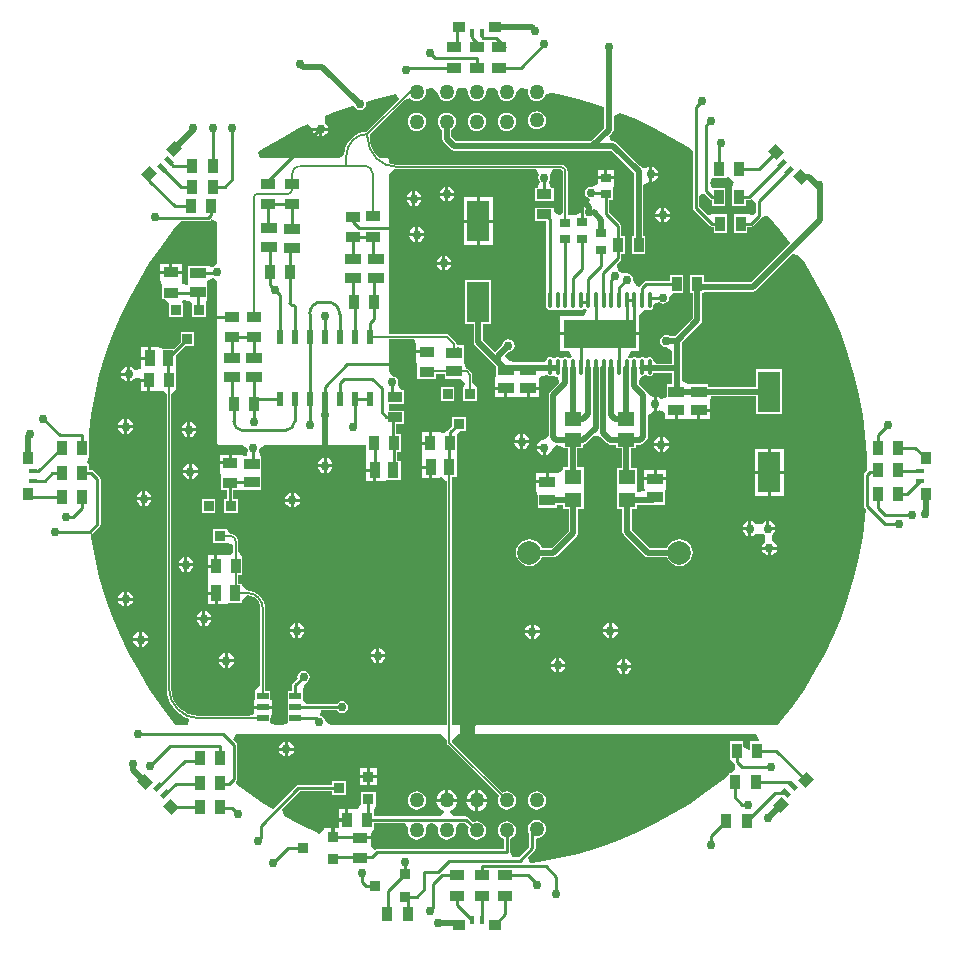
<source format=gbr>
%TF.GenerationSoftware,Altium Limited,Altium Designer,18.1.6 (161)*%
G04 Layer_Physical_Order=1*
G04 Layer_Color=255*
%FSLAX25Y25*%
%MOIN*%
%TF.FileFunction,Copper,L1,Top,Signal*%
%TF.Part,Single*%
G01*
G75*
%TA.AperFunction,Conductor*%
%ADD10C,0.00500*%
%ADD11C,0.01000*%
%TA.AperFunction,SMDPad,CuDef*%
%ADD12R,0.03543X0.03740*%
%ADD13R,0.02284X0.04646*%
%ADD14R,0.05315X0.03740*%
%ADD15R,0.05787X0.05059*%
%ADD16R,0.03347X0.05118*%
%ADD17R,0.07677X0.13780*%
G04:AMPARAMS|DCode=18|XSize=39.37mil|YSize=35.43mil|CornerRadius=0mil|HoleSize=0mil|Usage=FLASHONLY|Rotation=315.000|XOffset=0mil|YOffset=0mil|HoleType=Round|Shape=Rectangle|*
%AMROTATEDRECTD18*
4,1,4,-0.02645,0.00139,-0.00139,0.02645,0.02645,-0.00139,0.00139,-0.02645,-0.02645,0.00139,0.0*
%
%ADD18ROTATEDRECTD18*%

G04:AMPARAMS|DCode=19|XSize=15.75mil|YSize=31.5mil|CornerRadius=0mil|HoleSize=0mil|Usage=FLASHONLY|Rotation=315.000|XOffset=0mil|YOffset=0mil|HoleType=Round|Shape=Rectangle|*
%AMROTATEDRECTD19*
4,1,4,-0.01670,-0.00557,0.00557,0.01670,0.01670,0.00557,-0.00557,-0.01670,-0.01670,-0.00557,0.0*
%
%ADD19ROTATEDRECTD19*%

%ADD20R,0.05118X0.03347*%
%ADD21R,0.03740X0.05315*%
%ADD22R,0.03937X0.02362*%
%ADD23R,0.24291X0.09449*%
%ADD24O,0.01378X0.05512*%
%ADD25R,0.03937X0.03543*%
%ADD26R,0.01575X0.03150*%
G04:AMPARAMS|DCode=27|XSize=39.37mil|YSize=35.43mil|CornerRadius=0mil|HoleSize=0mil|Usage=FLASHONLY|Rotation=45.000|XOffset=0mil|YOffset=0mil|HoleType=Round|Shape=Rectangle|*
%AMROTATEDRECTD27*
4,1,4,-0.00139,-0.02645,-0.02645,-0.00139,0.00139,0.02645,0.02645,0.00139,-0.00139,-0.02645,0.0*
%
%ADD27ROTATEDRECTD27*%

G04:AMPARAMS|DCode=28|XSize=15.75mil|YSize=31.5mil|CornerRadius=0mil|HoleSize=0mil|Usage=FLASHONLY|Rotation=45.000|XOffset=0mil|YOffset=0mil|HoleType=Round|Shape=Rectangle|*
%AMROTATEDRECTD28*
4,1,4,0.00557,-0.01670,-0.01670,0.00557,-0.00557,0.01670,0.01670,-0.00557,0.00557,-0.01670,0.0*
%
%ADD28ROTATEDRECTD28*%

%ADD29R,0.03543X0.03937*%
%ADD30R,0.03150X0.01575*%
%ADD31R,0.03543X0.02756*%
%ADD32R,0.05709X0.04528*%
%ADD33R,0.03740X0.03543*%
%TA.AperFunction,Conductor*%
%ADD34C,0.02000*%
%TA.AperFunction,ComponentPad*%
%ADD35C,0.05000*%
%ADD36C,0.07874*%
%TA.AperFunction,ViaPad*%
%ADD37C,0.03000*%
G36*
X321176Y444192D02*
X321932Y443099D01*
X321935Y443071D01*
X322038Y442288D01*
X322340Y441558D01*
X322821Y440931D01*
X323448Y440450D01*
X324177Y440148D01*
X324961Y440045D01*
X325744Y440148D01*
X326473Y440450D01*
X327100Y440931D01*
X327581Y441558D01*
X327883Y442288D01*
X327939Y442707D01*
X328801Y443648D01*
X329748Y444319D01*
X331935Y444031D01*
X332038Y443854D01*
X331935Y443071D01*
X332038Y442288D01*
X332340Y441558D01*
X332821Y440931D01*
X333448Y440450D01*
X334177Y440148D01*
X334961Y440045D01*
X335744Y440148D01*
X336473Y440450D01*
X337100Y440931D01*
X337581Y441558D01*
X337883Y442288D01*
X339959Y442727D01*
X342036Y442342D01*
X348666Y440750D01*
X355203Y438814D01*
X357471Y438011D01*
Y431134D01*
X352867Y426529D01*
X307964D01*
X306490Y428004D01*
Y430463D01*
X307100Y430931D01*
X307581Y431558D01*
X307883Y432288D01*
X307986Y433071D01*
X307883Y433854D01*
X307581Y434584D01*
X307100Y435211D01*
X306473Y435691D01*
X305744Y435994D01*
X304961Y436097D01*
X304177Y435994D01*
X303448Y435691D01*
X302821Y435211D01*
X302340Y434584D01*
X302038Y433854D01*
X301935Y433071D01*
X302038Y432288D01*
X302340Y431558D01*
X302821Y430931D01*
X303431Y430463D01*
Y427370D01*
X303548Y426785D01*
X303879Y426289D01*
X306249Y423919D01*
X306745Y423587D01*
X307331Y423471D01*
X359866D01*
X367317Y416020D01*
Y395059D01*
X366673D01*
Y388941D01*
X371020D01*
Y395059D01*
X370376D01*
Y411902D01*
X371004Y412421D01*
X372376Y413154D01*
X372461Y413137D01*
Y415587D01*
Y418036D01*
X372009Y417946D01*
X371986Y417942D01*
X371406Y417835D01*
X370412Y417768D01*
X369362Y418301D01*
X361581Y426081D01*
X361085Y426413D01*
X360500Y426529D01*
X359805D01*
X359040Y428377D01*
X360081Y429419D01*
X360413Y429915D01*
X360529Y430500D01*
Y435025D01*
X362529Y436165D01*
X367929Y433929D01*
X374082Y430994D01*
X380074Y427740D01*
X385887Y424178D01*
X386980Y423427D01*
Y404500D01*
X387058Y404110D01*
X387279Y403779D01*
X392625Y398433D01*
X392956Y398212D01*
X393347Y398134D01*
X393980D01*
Y396094D01*
X398327D01*
Y402213D01*
X393980D01*
Y402213D01*
X391980Y401962D01*
X389020Y404922D01*
Y408312D01*
X390037Y408871D01*
X391020Y409038D01*
X392779Y407279D01*
X393110Y407058D01*
X393480Y406984D01*
Y404941D01*
X397827D01*
Y411059D01*
X393480D01*
X392520Y412661D01*
Y412839D01*
X393480Y414441D01*
X397827D01*
Y414441D01*
X398546Y414773D01*
X400553Y413059D01*
X400173Y411059D01*
X400173D01*
Y404941D01*
X404520D01*
Y406980D01*
X405773D01*
X406163Y407058D01*
X406494Y407279D01*
X407980Y405937D01*
Y402807D01*
X407020Y402070D01*
X405020Y402213D01*
Y402213D01*
X400673D01*
Y396094D01*
X405020D01*
Y398134D01*
X406461D01*
X406851Y398212D01*
X407182Y398433D01*
X409721Y400972D01*
X409857Y401176D01*
X410074Y401361D01*
X410898Y401727D01*
X412020Y401770D01*
X416166Y396915D01*
X419460Y392623D01*
X406366Y379529D01*
X390520D01*
Y382059D01*
X386173D01*
Y375941D01*
X386971D01*
Y367617D01*
X380883Y361529D01*
X379311D01*
X378780Y361884D01*
X378000Y362039D01*
X377220Y361884D01*
X376558Y361442D01*
X376116Y360780D01*
X375961Y360000D01*
X376116Y359220D01*
X376558Y358558D01*
X377220Y358116D01*
X378000Y357961D01*
X378132Y357987D01*
X379778Y357008D01*
X380132Y356614D01*
Y352482D01*
X374868D01*
X373807Y353543D01*
X373807Y353543D01*
X373715Y354007D01*
X373715Y354007D01*
X373452Y354400D01*
X373452Y354401D01*
X373059Y354663D01*
X373059Y354663D01*
X373059Y354663D01*
X372595Y354756D01*
X372595Y354756D01*
X372131Y354663D01*
X372131Y354663D01*
X371738Y354400D01*
X370893D01*
X370500Y354663D01*
X370500Y354663D01*
X370036Y354756D01*
X369572Y354663D01*
X369572Y354663D01*
X369179Y354400D01*
X368334D01*
X367941Y354663D01*
X367941Y354663D01*
X367477Y354756D01*
X367013Y354663D01*
X367013Y354663D01*
X366619Y354400D01*
X365775D01*
X365382Y354663D01*
X365300Y354776D01*
X366319Y356776D01*
X369107D01*
Y362000D01*
X355961D01*
X342815D01*
Y356776D01*
X345603D01*
X346622Y354776D01*
X346540Y354663D01*
X346540Y354663D01*
X346147Y354400D01*
X345302D01*
X344909Y354663D01*
X344909Y354663D01*
X344445Y354756D01*
X343981Y354663D01*
X343981Y354663D01*
X343588Y354400D01*
X342743D01*
X342350Y354663D01*
X342350Y354663D01*
X341886Y354756D01*
X341422Y354663D01*
X341422Y354663D01*
X341029Y354400D01*
X340184D01*
X339791Y354663D01*
X339791Y354663D01*
X339327Y354756D01*
X339327Y354756D01*
X338863Y354663D01*
X338863Y354663D01*
X338863Y354663D01*
X338470Y354401D01*
X338470Y354400D01*
X338207Y354007D01*
X338207Y354007D01*
X338115Y353543D01*
X338115Y353543D01*
X337227Y352970D01*
X335268Y352870D01*
Y352870D01*
X328953D01*
Y352870D01*
X327768D01*
X325903Y353196D01*
X324480Y354760D01*
X324503Y355341D01*
X325654Y356491D01*
X326280Y356616D01*
X326942Y357058D01*
X327384Y357720D01*
X327539Y358500D01*
X327384Y359280D01*
X326942Y359942D01*
X326280Y360384D01*
X325500Y360539D01*
X324720Y360384D01*
X324058Y359942D01*
X323616Y359280D01*
X323492Y358654D01*
X321055Y356218D01*
X317029Y360244D01*
Y365626D01*
X319839D01*
Y380405D01*
X311161D01*
Y365626D01*
X313971D01*
Y359611D01*
X314087Y359025D01*
X314419Y358529D01*
X320919Y352029D01*
X321453Y351495D01*
Y348864D01*
X320953Y347071D01*
X320953Y346337D01*
Y344701D01*
X324610D01*
Y344201D01*
X325111D01*
Y341331D01*
X326453D01*
X328268Y341331D01*
X330268Y341331D01*
X331610D01*
Y344201D01*
X332111D01*
Y344701D01*
X335768D01*
Y346337D01*
X335768Y347071D01*
X335670Y347423D01*
X336376Y348360D01*
X336623Y348439D01*
X338470Y348552D01*
X338470Y348552D01*
X338863Y348289D01*
X338863Y348289D01*
X338863Y348289D01*
X339327Y348197D01*
X339327Y348197D01*
X339791Y348289D01*
X339791Y348289D01*
X340006Y348433D01*
X341849Y348000D01*
X342414Y346155D01*
X339380Y343121D01*
X339048Y342625D01*
X338931Y342039D01*
Y328772D01*
X337719Y327313D01*
X337121Y326974D01*
X336525Y326855D01*
X335698Y326302D01*
X335145Y325476D01*
X335051Y325000D01*
X337500D01*
Y324500D01*
X338000D01*
Y322050D01*
X338475Y322145D01*
X339302Y322698D01*
X339855Y323524D01*
X339921Y323858D01*
X340045Y324066D01*
X341042Y324997D01*
X341607Y325279D01*
X343607Y324571D01*
Y324193D01*
X345431D01*
Y317858D01*
X343772D01*
Y316950D01*
X342158Y316020D01*
X341772Y316020D01*
X339000D01*
Y313150D01*
X338500D01*
Y312650D01*
X334842D01*
Y311013D01*
X334842Y310279D01*
X335343Y308487D01*
Y304480D01*
X341657D01*
Y305321D01*
X343772D01*
Y304142D01*
X345636D01*
Y296799D01*
X339866Y291029D01*
X336592D01*
X336299Y291738D01*
X335587Y292665D01*
X334661Y293376D01*
X333581Y293823D01*
X332423Y293975D01*
X331265Y293823D01*
X330185Y293376D01*
X329258Y292665D01*
X328547Y291738D01*
X328100Y290658D01*
X327948Y289500D01*
X328100Y288342D01*
X328547Y287262D01*
X329258Y286335D01*
X330185Y285624D01*
X331265Y285177D01*
X332423Y285025D01*
X333581Y285177D01*
X334661Y285624D01*
X335587Y286335D01*
X336299Y287262D01*
X336592Y287971D01*
X340500D01*
X341085Y288087D01*
X341581Y288419D01*
X348247Y295084D01*
X348579Y295580D01*
X348695Y296166D01*
Y304142D01*
X350559D01*
Y309799D01*
X350559Y310201D01*
Y311799D01*
X350559Y312201D01*
Y317858D01*
X348490D01*
Y324193D01*
X350315D01*
Y325427D01*
X350418D01*
X351003Y325544D01*
X351499Y325875D01*
X353823Y328199D01*
X354080Y328272D01*
X355118Y328249D01*
X356353Y327901D01*
X358380Y325875D01*
X358876Y325544D01*
X359461Y325427D01*
X361429D01*
Y324193D01*
X363254D01*
Y317610D01*
X361606D01*
Y311952D01*
X361606Y311551D01*
Y309952D01*
X361606Y309551D01*
Y303893D01*
X363471D01*
Y296500D01*
X363587Y295915D01*
X363919Y295419D01*
X370919Y288419D01*
X371415Y288087D01*
X372000Y287971D01*
X378254D01*
X378547Y287262D01*
X379258Y286335D01*
X380185Y285624D01*
X381265Y285177D01*
X382423Y285025D01*
X383581Y285177D01*
X384661Y285624D01*
X385587Y286335D01*
X386299Y287262D01*
X386746Y288342D01*
X386898Y289500D01*
X386746Y290658D01*
X386299Y291738D01*
X385587Y292665D01*
X384661Y293376D01*
X383581Y293823D01*
X382423Y293975D01*
X381265Y293823D01*
X380185Y293376D01*
X379258Y292665D01*
X378547Y291738D01*
X378254Y291029D01*
X372634D01*
X366529Y297133D01*
Y303893D01*
X368394D01*
Y305394D01*
X373572D01*
X374009Y305480D01*
X377658D01*
Y309487D01*
X378157Y311280D01*
X378157Y312013D01*
Y313650D01*
X374500D01*
X370843D01*
Y312013D01*
X370843Y311280D01*
X371073Y310452D01*
X370705Y309871D01*
X368719Y309637D01*
X368394Y309952D01*
Y311551D01*
X368394Y311952D01*
Y317610D01*
X366313D01*
Y324193D01*
X368138D01*
Y325427D01*
X369268D01*
X369853Y325544D01*
X370349Y325875D01*
X371542Y327068D01*
X371874Y327564D01*
X371990Y328150D01*
Y335265D01*
X372517Y335739D01*
X373990Y336552D01*
X374000Y336550D01*
Y339000D01*
Y341449D01*
X373990Y341448D01*
X373053Y341706D01*
X371874Y342585D01*
X371542Y343081D01*
X368872Y345752D01*
Y346535D01*
X370036Y348197D01*
X370500Y348289D01*
X370893Y348552D01*
X371738Y348552D01*
X372131Y348289D01*
X372131Y348289D01*
X372595Y348197D01*
X372595Y348197D01*
X373059Y348289D01*
X373059Y348289D01*
X373059Y348289D01*
X373452Y348552D01*
X373452Y348552D01*
X373715Y348945D01*
X373715Y348945D01*
X373807Y349409D01*
X373807Y349409D01*
X373821Y349423D01*
X380132D01*
Y345520D01*
X378343D01*
Y341513D01*
X378292Y341332D01*
X376452Y340705D01*
X376302Y340802D01*
X376293Y340809D01*
X375476Y341355D01*
X375000Y341449D01*
Y339000D01*
Y336550D01*
X375476Y336645D01*
X375842Y336890D01*
X377430Y336324D01*
X377842Y336004D01*
Y333980D01*
X381000D01*
Y336850D01*
X382000D01*
Y333980D01*
X383343D01*
X385157Y333980D01*
X387158Y333980D01*
X388500D01*
Y336850D01*
X389000D01*
Y337350D01*
X392657D01*
Y338987D01*
X392657Y339721D01*
X392899Y341620D01*
X408161D01*
Y335760D01*
X416839D01*
Y350539D01*
X408161D01*
Y344679D01*
X392158D01*
Y345520D01*
X385842D01*
Y345520D01*
X385191D01*
X383191Y346808D01*
Y350953D01*
Y359512D01*
X389581Y365902D01*
X389913Y366399D01*
X390029Y366984D01*
Y375941D01*
X390520D01*
Y376471D01*
X407000D01*
X407585Y376587D01*
X408081Y376919D01*
X420169Y389006D01*
X422160Y388823D01*
X424178Y385887D01*
X427740Y380074D01*
X430994Y374082D01*
X433929Y367929D01*
X436538Y361630D01*
X438814Y355203D01*
X440750Y348666D01*
X442342Y342036D01*
X443584Y335333D01*
X444474Y328573D01*
X445009Y321776D01*
X445132Y317074D01*
X444279Y316221D01*
X444058Y315890D01*
X443980Y315500D01*
Y305000D01*
X444058Y304610D01*
X444279Y304279D01*
X444674Y303884D01*
X444474Y301348D01*
X443584Y294589D01*
X442342Y287885D01*
X440750Y281255D01*
X438814Y274718D01*
X436538Y268291D01*
X433929Y261993D01*
X430994Y255839D01*
X427740Y249847D01*
X424178Y244034D01*
X420316Y238415D01*
X416166Y233006D01*
X415342Y232041D01*
X314961D01*
X314578Y231883D01*
X314419Y231500D01*
Y229500D01*
X314578Y229117D01*
X314961Y228959D01*
X408100D01*
X409177Y226959D01*
X408914Y226559D01*
X406173D01*
Y223748D01*
X405827Y223520D01*
X403827Y224598D01*
Y226559D01*
X399480D01*
Y220441D01*
X399576D01*
X400916Y218558D01*
X400860Y217125D01*
X399612Y216059D01*
X398980D01*
Y215519D01*
X396915Y213755D01*
X391506Y209605D01*
X385887Y205743D01*
X380074Y202181D01*
X374082Y198928D01*
X367929Y195992D01*
X361630Y193383D01*
X355203Y191107D01*
X348666Y189171D01*
X342036Y187580D01*
X335333Y186337D01*
X333190Y186055D01*
X332610D01*
X331845Y187903D01*
X334221Y190279D01*
X334442Y190610D01*
X334520Y191000D01*
Y193938D01*
X334961Y194325D01*
X335744Y194428D01*
X336473Y194730D01*
X337100Y195211D01*
X337581Y195837D01*
X337883Y196567D01*
X337986Y197350D01*
X337883Y198134D01*
X337581Y198863D01*
X337100Y199490D01*
X336473Y199971D01*
X335744Y200273D01*
X334961Y200376D01*
X334177Y200273D01*
X333448Y199971D01*
X332821Y199490D01*
X332340Y198863D01*
X332038Y198134D01*
X331935Y197350D01*
X332038Y196567D01*
X332340Y195837D01*
X332480Y195655D01*
Y191422D01*
X329171Y188113D01*
X326933Y188115D01*
X326830Y188218D01*
X325980Y189539D01*
Y194026D01*
X326473Y194230D01*
X327100Y194711D01*
X327581Y195337D01*
X327883Y196067D01*
X327987Y196850D01*
X327883Y197634D01*
X327581Y198363D01*
X327100Y198990D01*
X326473Y199471D01*
X325744Y199773D01*
X324961Y199876D01*
X324177Y199773D01*
X323448Y199471D01*
X322821Y198990D01*
X322340Y198363D01*
X322038Y197634D01*
X321935Y196850D01*
X322038Y196067D01*
X322340Y195337D01*
X322821Y194711D01*
X323448Y194230D01*
X323941Y194026D01*
Y190559D01*
X281539D01*
X281149Y190481D01*
X281033Y190404D01*
X279686Y191590D01*
X279559Y191739D01*
Y193846D01*
X276000D01*
Y194846D01*
X279559D01*
Y195839D01*
X280520Y197441D01*
X280520Y199480D01*
X290726D01*
X290939Y199333D01*
X291992Y197704D01*
X292018Y197480D01*
X291935Y196850D01*
X292038Y196067D01*
X292340Y195337D01*
X292821Y194711D01*
X293448Y194230D01*
X294177Y193928D01*
X294961Y193825D01*
X295744Y193928D01*
X296474Y194230D01*
X297100Y194711D01*
X297581Y195337D01*
X297883Y196067D01*
X297987Y196850D01*
X297903Y197480D01*
X297929Y197704D01*
X298802Y199055D01*
X299961Y199238D01*
X301119Y199055D01*
X301992Y197704D01*
X302018Y197480D01*
X301935Y196850D01*
X302038Y196067D01*
X302340Y195337D01*
X302821Y194711D01*
X303448Y194230D01*
X304177Y193928D01*
X304961Y193825D01*
X305744Y193928D01*
X306473Y194230D01*
X307100Y194711D01*
X307581Y195337D01*
X307883Y196067D01*
X307986Y196850D01*
X307904Y197480D01*
X307929Y197704D01*
X308982Y199333D01*
X309195Y199480D01*
X310889D01*
X312242Y198127D01*
X312038Y197634D01*
X311935Y196850D01*
X312038Y196067D01*
X312340Y195337D01*
X312821Y194711D01*
X313448Y194230D01*
X314177Y193928D01*
X314961Y193825D01*
X315744Y193928D01*
X316474Y194230D01*
X317100Y194711D01*
X317581Y195337D01*
X317883Y196067D01*
X317986Y196850D01*
X317883Y197634D01*
X317581Y198363D01*
X317100Y198990D01*
X316474Y199471D01*
X315744Y199773D01*
X314961Y199876D01*
X314177Y199773D01*
X313684Y199569D01*
X312032Y201221D01*
X311701Y201442D01*
X311311Y201520D01*
X307409D01*
X305979Y202895D01*
X305874Y203440D01*
X305929Y203463D01*
X306726Y203793D01*
X307457Y204354D01*
X308018Y205085D01*
X308370Y205937D01*
X308425Y206350D01*
X304961D01*
X301496D01*
X301551Y205937D01*
X301903Y205085D01*
X302464Y204354D01*
X303196Y203793D01*
X303992Y203463D01*
X304047Y203440D01*
X303942Y202895D01*
X302512Y201520D01*
X280520D01*
Y203559D01*
X281213Y204988D01*
X281213D01*
Y209531D01*
X276472D01*
Y205539D01*
X275218Y204095D01*
X274327Y204059D01*
Y204059D01*
X272154D01*
Y200500D01*
X271654D01*
Y200000D01*
X268980D01*
Y197512D01*
X267421D01*
Y194740D01*
X266421D01*
Y197512D01*
X264051D01*
Y196940D01*
X262388Y195828D01*
X261993Y195992D01*
X255839Y198928D01*
X250563Y201792D01*
X249968Y204026D01*
X255922Y209980D01*
X266630D01*
Y208728D01*
X271370D01*
Y213272D01*
X266630D01*
Y212020D01*
X255500D01*
X255110Y211942D01*
X254779Y211721D01*
X246990Y203932D01*
X244034Y205743D01*
X238415Y209605D01*
X234779Y212395D01*
X234721Y213279D01*
X234942Y213610D01*
X235020Y214000D01*
Y225500D01*
X234942Y225890D01*
X234721Y226221D01*
X233831Y227111D01*
X234596Y228959D01*
X303078D01*
X305078Y227154D01*
X305078Y225969D01*
X305136Y225676D01*
X305302Y225428D01*
X305863Y224866D01*
X322344Y208385D01*
X322340Y208363D01*
X322038Y207634D01*
X321935Y206850D01*
X322038Y206067D01*
X322340Y205338D01*
X322821Y204711D01*
X323448Y204230D01*
X324177Y203928D01*
X324961Y203824D01*
X325744Y203928D01*
X326473Y204230D01*
X327100Y204711D01*
X327581Y205338D01*
X327883Y206067D01*
X327987Y206850D01*
X327883Y207634D01*
X327581Y208363D01*
X327100Y208990D01*
X326473Y209471D01*
X325744Y209773D01*
X324961Y209876D01*
X324177Y209773D01*
X323448Y209471D01*
X323426Y209467D01*
X307047Y225845D01*
X306607Y226285D01*
Y227154D01*
X308607Y228959D01*
X308953D01*
X309335Y229117D01*
X309494Y229500D01*
Y231500D01*
X309335Y231883D01*
X308953Y232041D01*
X306607D01*
Y312280D01*
X306607Y314843D01*
X307078Y314843D01*
X308213D01*
Y321158D01*
X308213D01*
Y322941D01*
X308213D01*
Y329059D01*
X309798Y330059D01*
X311224D01*
Y334799D01*
X306681D01*
Y331599D01*
X305318Y330237D01*
X305097Y329906D01*
X304020Y329501D01*
X302020Y329559D01*
Y329559D01*
X299847D01*
Y326000D01*
X299346D01*
Y325500D01*
X296673D01*
Y323657D01*
X296673Y322441D01*
X296673Y320441D01*
Y318500D01*
X299543D01*
Y318000D01*
X300043D01*
Y314342D01*
X301680D01*
X302413Y314342D01*
X303078Y314528D01*
X304607Y313496D01*
X305078Y313178D01*
Y232041D01*
X304607Y232041D01*
X266388D01*
X264539Y233000D01*
X264384Y233780D01*
X263942Y234442D01*
X263280Y234884D01*
X262795Y234980D01*
X262993Y236980D01*
X268276D01*
X268558Y236558D01*
X269220Y236116D01*
X270000Y235961D01*
X270780Y236116D01*
X271442Y236558D01*
X271884Y237220D01*
X272039Y238000D01*
X271884Y238780D01*
X271442Y239442D01*
X270780Y239884D01*
X270000Y240039D01*
X269220Y239884D01*
X268558Y239442D01*
X268276Y239020D01*
X258451D01*
X256882Y240059D01*
X256882Y241421D01*
X256882Y243421D01*
Y243421D01*
X257300Y245248D01*
X257907Y246103D01*
X257973Y246116D01*
X258635Y246558D01*
X259077Y247220D01*
X259232Y248000D01*
X259077Y248780D01*
X258635Y249442D01*
X257973Y249884D01*
X257193Y250039D01*
X256413Y249884D01*
X255751Y249442D01*
X255309Y248780D01*
X255154Y248000D01*
X255253Y247502D01*
X253692Y245941D01*
X253471Y245611D01*
X253394Y245220D01*
Y243421D01*
X251945D01*
X251945Y240059D01*
X251945Y238059D01*
X251945Y236319D01*
X251945Y234319D01*
Y232579D01*
X250167Y232041D01*
X247832D01*
X246055Y232579D01*
X246055Y233819D01*
X246555Y235819D01*
X246555D01*
Y237500D01*
X243587D01*
X240618D01*
Y235819D01*
X238947Y235024D01*
X222833D01*
X222346D01*
X222316Y235018D01*
X220543Y235193D01*
X218809Y235719D01*
X217211Y236573D01*
X215810Y237723D01*
X214660Y239124D01*
X213806Y240722D01*
X213280Y242456D01*
X213105Y244229D01*
X213111Y244260D01*
X213111Y245446D01*
Y341357D01*
Y342136D01*
X214520Y343941D01*
X214520D01*
Y350059D01*
X214520D01*
Y351083D01*
X214520D01*
Y355156D01*
X217572Y358209D01*
X220772D01*
Y362949D01*
X216228D01*
Y359749D01*
X213877Y357398D01*
X210513D01*
X208720Y357898D01*
X207987Y357898D01*
X206350D01*
Y354240D01*
X205850D01*
Y353740D01*
X202980D01*
Y352559D01*
X202980Y350559D01*
X202848Y350515D01*
X200980Y350314D01*
X200654Y350802D01*
X199827Y351355D01*
X199352Y351449D01*
Y349000D01*
Y346550D01*
X199827Y346645D01*
X200654Y347198D01*
X200980Y347686D01*
X202548Y347517D01*
X202592Y347500D01*
X205654D01*
Y347000D01*
X206154D01*
Y343441D01*
X208327D01*
Y343441D01*
X210310Y343400D01*
X211156Y342908D01*
X211582Y342461D01*
Y245375D01*
X211582Y244272D01*
X211563Y244260D01*
X211696Y242573D01*
X212091Y240928D01*
X212738Y239364D01*
X213623Y237922D01*
X214721Y236635D01*
X216008Y235536D01*
X217451Y234652D01*
X218966Y234024D01*
X218978Y233895D01*
X218562Y232041D01*
X214760D01*
X214627Y231986D01*
X213755Y233006D01*
X209605Y238415D01*
X205743Y244034D01*
X202181Y249847D01*
X198928Y255839D01*
X195992Y261993D01*
X193383Y268291D01*
X191107Y274718D01*
X189171Y281255D01*
X187580Y287885D01*
X186337Y294589D01*
X186214Y295523D01*
X186390Y295558D01*
X186721Y295779D01*
X189221Y298279D01*
X189442Y298610D01*
X189520Y299000D01*
Y314000D01*
X189442Y314390D01*
X189221Y314721D01*
X187221Y316721D01*
X186890Y316942D01*
X186500Y317020D01*
X185520D01*
Y319059D01*
X185520D01*
X185148Y319441D01*
X185520Y321441D01*
X185520D01*
Y327559D01*
X185520D01*
X185574Y329537D01*
X186337Y335333D01*
X187580Y342036D01*
X189171Y348666D01*
X191107Y355203D01*
X193383Y361630D01*
X195992Y367929D01*
X198928Y374082D01*
X202181Y380074D01*
X205743Y385887D01*
X209605Y391506D01*
X213755Y396915D01*
X216373Y399980D01*
X225500D01*
X225890Y400058D01*
X226221Y400279D01*
X226459Y400517D01*
X228459Y399689D01*
Y385704D01*
X227138Y384809D01*
X225157Y385020D01*
X225157Y385020D01*
X225157Y385020D01*
X218843D01*
Y380720D01*
X218843Y380279D01*
Y378720D01*
X216714Y378978D01*
X216559Y380173D01*
X216559D01*
Y382347D01*
X209441D01*
Y380173D01*
X209570D01*
X209941Y378327D01*
X209941Y378173D01*
Y373980D01*
X210981D01*
X212488Y372791D01*
X212488Y371980D01*
Y368051D01*
X217032D01*
X217032Y372791D01*
X216823Y373134D01*
X217040Y373520D01*
X219206Y373485D01*
X219969Y372447D01*
Y368051D01*
X224512D01*
Y372791D01*
X225157Y373980D01*
X225157D01*
Y378279D01*
X225157Y378720D01*
Y380105D01*
X225730Y380449D01*
X227157Y380871D01*
X228459Y379989D01*
Y325921D01*
X228617Y325539D01*
X229000Y325380D01*
X236597D01*
X238461Y324500D01*
X238616Y323720D01*
X238750Y323520D01*
X238180Y321928D01*
X237908Y321576D01*
X236319Y322020D01*
X235069Y322020D01*
X233260D01*
Y319346D01*
X232760D01*
Y318847D01*
X229201D01*
Y316673D01*
X229330D01*
X229701Y314827D01*
X229701Y314673D01*
Y310480D01*
X231740D01*
Y307291D01*
X230728D01*
Y302551D01*
X235272D01*
Y307291D01*
X233779D01*
Y310480D01*
X235819D01*
Y310480D01*
X236862D01*
Y310480D01*
X243177D01*
Y314779D01*
X243177Y315220D01*
Y316779D01*
X243177Y317220D01*
Y321520D01*
X243136D01*
X242820Y321928D01*
X242250Y323520D01*
X242384Y323720D01*
X242539Y324500D01*
X244403Y325380D01*
X277980D01*
Y322657D01*
X277980Y322441D01*
Y320657D01*
X277980Y320441D01*
Y317500D01*
X280850D01*
Y317000D01*
X281350D01*
Y313342D01*
X282987D01*
X283720Y313342D01*
X285513Y313843D01*
X289520D01*
Y320158D01*
X288370D01*
Y322941D01*
X289520D01*
Y329059D01*
X287913D01*
Y332480D01*
X290799D01*
Y336827D01*
X285840D01*
Y339173D01*
X290799D01*
Y343520D01*
X289595D01*
X288627Y345455D01*
X288636Y345520D01*
X288779Y346240D01*
X288624Y347021D01*
X288182Y347682D01*
X287521Y348124D01*
X286740Y348279D01*
X285840Y350139D01*
Y360708D01*
X293084D01*
X293920Y360708D01*
X294673Y359020D01*
X294673Y358708D01*
Y356846D01*
X298232D01*
Y355847D01*
X294673D01*
Y353673D01*
X294803D01*
X295173Y351827D01*
X295173Y351673D01*
Y347480D01*
X301291D01*
Y349086D01*
X304295D01*
Y347480D01*
X309593D01*
X310942Y345618D01*
X310534Y344642D01*
X310421D01*
Y339902D01*
X314965D01*
Y344642D01*
X314965D01*
X313458Y346447D01*
Y347236D01*
Y348082D01*
Y348760D01*
X313399Y349053D01*
X313234Y349301D01*
X312143Y350391D01*
X311895Y350557D01*
X311602Y350615D01*
X311421Y350909D01*
X310610Y352584D01*
Y353780D01*
X310610Y354221D01*
Y358022D01*
X310610Y358022D01*
Y358520D01*
X308831Y358547D01*
X308218Y359047D01*
X308159Y359340D01*
X307994Y359588D01*
X305568Y362013D01*
X305320Y362179D01*
X305028Y362237D01*
X295056Y362237D01*
X293600D01*
X285840D01*
X285840Y362708D01*
Y415772D01*
X287840Y417269D01*
X288500Y417217D01*
X288512Y417235D01*
X288949D01*
X334629D01*
X335576Y415281D01*
X335568Y415235D01*
X335422Y414500D01*
X335577Y413720D01*
X335950Y413161D01*
X335830Y412587D01*
X335258Y411161D01*
X334402D01*
Y406815D01*
X340520D01*
Y411161D01*
X339664D01*
X339092Y412587D01*
X338972Y413161D01*
X339345Y413720D01*
X339500Y414500D01*
X339354Y415235D01*
X339345Y415281D01*
X340293Y417235D01*
X342944D01*
X342961Y417214D01*
X343234Y417159D01*
X343466Y417005D01*
X343620Y416773D01*
X343675Y416500D01*
X343696Y416483D01*
Y402891D01*
X342961Y402152D01*
X342413Y401919D01*
X340520Y403053D01*
Y404468D01*
X334402D01*
Y400122D01*
X338174D01*
Y375886D01*
X338115Y375590D01*
X338115Y372452D01*
X338115Y371657D01*
Y371657D01*
X338115Y371457D01*
X338115Y371457D01*
X338207Y370993D01*
X338207Y370993D01*
X338470Y370600D01*
X338470Y370600D01*
X338863Y370337D01*
X338863Y370337D01*
X339327Y370244D01*
X339327Y370244D01*
X339955Y370337D01*
X341259D01*
X341886Y370244D01*
X342514Y370337D01*
X343818D01*
X344445Y370244D01*
X345073Y370337D01*
X346377D01*
X347004Y370244D01*
X347632Y370337D01*
X348936D01*
X349563Y370244D01*
X350027Y370337D01*
X350027Y370337D01*
X350420Y370600D01*
X351265D01*
X351658Y370337D01*
X351740Y370224D01*
X350721Y368224D01*
X342815D01*
Y363000D01*
X355961D01*
X369107D01*
Y368224D01*
X369107D01*
X369056Y368459D01*
X369273Y368856D01*
X370663Y370337D01*
X371967D01*
X372595Y370244D01*
X372595Y370244D01*
X373059Y370337D01*
X373059Y370337D01*
X373059Y370337D01*
X373452Y370600D01*
X373452D01*
X373452Y370600D01*
X373715Y370993D01*
X373715Y370993D01*
X373807Y371457D01*
X373807Y371457D01*
X373807Y371657D01*
X373807Y371657D01*
X373807Y372079D01*
X374753Y372608D01*
X375807Y372892D01*
X376220Y372616D01*
X377000Y372461D01*
X377780Y372616D01*
X378442Y373058D01*
X378884Y373720D01*
X378970Y374152D01*
X379079Y374536D01*
X380665Y375941D01*
X383827D01*
Y382059D01*
X379480D01*
Y380020D01*
X371461D01*
X371071Y379942D01*
X370740Y379721D01*
X369315Y378296D01*
X369173Y378162D01*
X368299Y378238D01*
X367928Y378626D01*
X367011Y380357D01*
X367039Y380500D01*
X366884Y381280D01*
X366442Y381942D01*
X366061Y382197D01*
X365780Y382384D01*
X365780D01*
X365000Y382539D01*
X363864Y382561D01*
X363715Y382636D01*
X362773Y383175D01*
X362156Y383575D01*
X361724Y385092D01*
X361697Y385774D01*
X362875Y386952D01*
X363095Y387283D01*
X363173Y387673D01*
Y388941D01*
X364327D01*
Y395059D01*
X363020D01*
Y398433D01*
X362942Y398823D01*
X362721Y399154D01*
X358980Y402895D01*
Y407110D01*
X360264D01*
Y410329D01*
X360764Y412122D01*
X360764Y412659D01*
Y414000D01*
X357992D01*
X355221D01*
Y412801D01*
X354529Y412139D01*
X353507Y411431D01*
X352961Y411539D01*
X352181Y411384D01*
X351519Y410942D01*
X351077Y410280D01*
X350922Y409500D01*
X351077Y408720D01*
X351519Y408058D01*
X352181Y407616D01*
X352800Y407493D01*
X352500Y405549D01*
X351524Y405355D01*
X350698Y404802D01*
X350145Y403975D01*
X349951Y403000D01*
X348133Y401890D01*
X347189D01*
X345226Y401977D01*
Y416481D01*
X345255Y416500D01*
X345080Y417378D01*
X344688Y417966D01*
X344687Y417966D01*
X344583Y418122D01*
X344427Y418226D01*
X344427Y418227D01*
X343839Y418619D01*
X342961Y418794D01*
X342942Y418765D01*
X342777D01*
X288987D01*
X288500D01*
X288469Y418759D01*
X286697Y418933D01*
X285840Y419193D01*
X285840Y419454D01*
Y420421D01*
X285681Y420804D01*
X285298Y420962D01*
X282573D01*
X281963Y421463D01*
X280814Y422864D01*
X279959Y424462D01*
X279433Y426196D01*
X279258Y427969D01*
X279265Y428000D01*
Y428683D01*
X290827Y440245D01*
X292821Y440931D01*
X293448Y440450D01*
X294177Y440148D01*
X294961Y440045D01*
X295744Y440148D01*
X296474Y440450D01*
X297100Y440931D01*
X297581Y441558D01*
X297883Y442288D01*
X297987Y443071D01*
X297883Y443854D01*
X297986Y444031D01*
X300173Y444319D01*
X301120Y443648D01*
X301983Y442707D01*
X302038Y442288D01*
X302340Y441558D01*
X302821Y440931D01*
X303448Y440450D01*
X304177Y440148D01*
X304961Y440045D01*
X305744Y440148D01*
X306473Y440450D01*
X307100Y440931D01*
X307581Y441558D01*
X307883Y442288D01*
X307986Y443071D01*
X307989Y443099D01*
X308745Y444192D01*
X309998Y444511D01*
X311202Y444196D01*
X311940Y443108D01*
X311935Y443071D01*
X312038Y442288D01*
X312340Y441558D01*
X312821Y440931D01*
X313448Y440450D01*
X314177Y440148D01*
X314961Y440045D01*
X315744Y440148D01*
X316474Y440450D01*
X317100Y440931D01*
X317581Y441558D01*
X317883Y442288D01*
X317986Y443071D01*
X317982Y443108D01*
X318719Y444196D01*
X319923Y444511D01*
X321176Y444192D01*
D02*
G37*
G36*
X289030Y440611D02*
X278174Y429755D01*
X276981Y429638D01*
X275520Y429195D01*
X274173Y428475D01*
X272993Y427507D01*
X272025Y426327D01*
X271305Y424980D01*
X270977Y423900D01*
X270862Y423519D01*
X270712Y422000D01*
X269142Y420962D01*
X242727D01*
X242134Y422872D01*
X244034Y424178D01*
X249847Y427740D01*
X255839Y430994D01*
X258758Y432386D01*
X258829Y432355D01*
X260114Y431153D01*
X265296D01*
X265201Y431629D01*
X264649Y432456D01*
X264272Y432708D01*
X264183Y434362D01*
X264325Y434895D01*
X268291Y436538D01*
X273703Y438454D01*
X274116Y438220D01*
X274558Y437558D01*
X275220Y437116D01*
X276000Y436961D01*
X276780Y437116D01*
X277442Y437558D01*
X277884Y438220D01*
X278039Y439000D01*
X277889Y439753D01*
X281255Y440750D01*
X287885Y442342D01*
X288099Y442381D01*
X289030Y440611D01*
D02*
G37*
%LPC*%
G36*
X334961Y436597D02*
X334177Y436494D01*
X333448Y436191D01*
X332821Y435710D01*
X332340Y435084D01*
X332038Y434354D01*
X331935Y433571D01*
X332038Y432788D01*
X332340Y432058D01*
X332821Y431431D01*
X333448Y430950D01*
X334177Y430648D01*
X334961Y430545D01*
X335744Y430648D01*
X336473Y430950D01*
X337100Y431431D01*
X337581Y432058D01*
X337883Y432788D01*
X337986Y433571D01*
X337883Y434354D01*
X337581Y435084D01*
X337100Y435710D01*
X336473Y436191D01*
X335744Y436494D01*
X334961Y436597D01*
D02*
G37*
G36*
X324961Y436097D02*
X324177Y435994D01*
X323448Y435691D01*
X322821Y435211D01*
X322340Y434584D01*
X322038Y433854D01*
X321935Y433071D01*
X322038Y432288D01*
X322340Y431558D01*
X322821Y430931D01*
X323448Y430450D01*
X324177Y430148D01*
X324961Y430045D01*
X325744Y430148D01*
X326473Y430450D01*
X327100Y430931D01*
X327581Y431558D01*
X327883Y432288D01*
X327987Y433071D01*
X327883Y433854D01*
X327581Y434584D01*
X327100Y435211D01*
X326473Y435691D01*
X325744Y435994D01*
X324961Y436097D01*
D02*
G37*
G36*
X314961D02*
X314177Y435994D01*
X313448Y435691D01*
X312821Y435211D01*
X312340Y434584D01*
X312038Y433854D01*
X311935Y433071D01*
X312038Y432288D01*
X312340Y431558D01*
X312821Y430931D01*
X313448Y430450D01*
X314177Y430148D01*
X314961Y430045D01*
X315744Y430148D01*
X316474Y430450D01*
X317100Y430931D01*
X317581Y431558D01*
X317883Y432288D01*
X317986Y433071D01*
X317883Y433854D01*
X317581Y434584D01*
X317100Y435211D01*
X316474Y435691D01*
X315744Y435994D01*
X314961Y436097D01*
D02*
G37*
G36*
X294961D02*
X294177Y435994D01*
X293448Y435691D01*
X292821Y435211D01*
X292340Y434584D01*
X292038Y433854D01*
X291935Y433071D01*
X292038Y432288D01*
X292340Y431558D01*
X292821Y430931D01*
X293448Y430450D01*
X294177Y430148D01*
X294961Y430045D01*
X295744Y430148D01*
X296474Y430450D01*
X297100Y430931D01*
X297581Y431558D01*
X297883Y432288D01*
X297987Y433071D01*
X297883Y433854D01*
X297581Y434584D01*
X297100Y435211D01*
X296474Y435691D01*
X295744Y435994D01*
X294961Y436097D01*
D02*
G37*
G36*
X373461Y418036D02*
Y416087D01*
X375410D01*
X375316Y416562D01*
X374763Y417389D01*
X373936Y417942D01*
X373461Y418036D01*
D02*
G37*
G36*
X360764Y416878D02*
X358492D01*
Y415000D01*
X360764D01*
Y416878D01*
D02*
G37*
G36*
X357492D02*
X355221D01*
Y415000D01*
X357492D01*
Y416878D01*
D02*
G37*
G36*
X375410Y415087D02*
X373461D01*
Y413137D01*
X373936Y413232D01*
X374763Y413784D01*
X375316Y414611D01*
X375410Y415087D01*
D02*
G37*
G36*
X305500Y411449D02*
Y409500D01*
X307450D01*
X307355Y409975D01*
X306802Y410802D01*
X305976Y411355D01*
X305500Y411449D01*
D02*
G37*
G36*
X304500D02*
X304025Y411355D01*
X303198Y410802D01*
X302645Y409975D01*
X302551Y409500D01*
X304500D01*
Y411449D01*
D02*
G37*
G36*
X294500Y409949D02*
Y408000D01*
X296449D01*
X296355Y408475D01*
X295802Y409302D01*
X294975Y409855D01*
X294500Y409949D01*
D02*
G37*
G36*
X293500D02*
X293024Y409855D01*
X292198Y409302D01*
X291645Y408475D01*
X291550Y408000D01*
X293500D01*
Y409949D01*
D02*
G37*
G36*
X307450Y408500D02*
X305500D01*
Y406551D01*
X305976Y406645D01*
X306802Y407198D01*
X307355Y408025D01*
X307450Y408500D01*
D02*
G37*
G36*
X304500D02*
X302551D01*
X302645Y408025D01*
X303198Y407198D01*
X304025Y406645D01*
X304500Y406551D01*
Y408500D01*
D02*
G37*
G36*
X296449Y407000D02*
X294500D01*
Y405051D01*
X294975Y405145D01*
X295802Y405698D01*
X296355Y406525D01*
X296449Y407000D01*
D02*
G37*
G36*
X293500D02*
X291550D01*
X291645Y406525D01*
X292198Y405698D01*
X293024Y405145D01*
X293500Y405051D01*
Y407000D01*
D02*
G37*
G36*
X377461Y404450D02*
Y402500D01*
X379410D01*
X379316Y402976D01*
X378763Y403802D01*
X377936Y404355D01*
X377461Y404450D01*
D02*
G37*
G36*
X376461D02*
X375986Y404355D01*
X375159Y403802D01*
X374606Y402976D01*
X374511Y402500D01*
X376461D01*
Y404450D01*
D02*
G37*
G36*
X320339Y407874D02*
X316000D01*
Y400484D01*
X320339D01*
Y407874D01*
D02*
G37*
G36*
X315000D02*
X310661D01*
Y400484D01*
X315000D01*
Y407874D01*
D02*
G37*
G36*
X379410Y401500D02*
X377461D01*
Y399551D01*
X377936Y399645D01*
X378763Y400198D01*
X379316Y401024D01*
X379410Y401500D01*
D02*
G37*
G36*
X376461D02*
X374511D01*
X374606Y401024D01*
X375159Y400198D01*
X375986Y399645D01*
X376461Y399551D01*
Y401500D01*
D02*
G37*
G36*
X295461Y397950D02*
Y396000D01*
X297410D01*
X297316Y396476D01*
X296763Y397302D01*
X295936Y397855D01*
X295461Y397950D01*
D02*
G37*
G36*
X294461D02*
X293985Y397855D01*
X293158Y397302D01*
X292606Y396476D01*
X292511Y396000D01*
X294461D01*
Y397950D01*
D02*
G37*
G36*
X297410Y395000D02*
X295461D01*
Y393051D01*
X295936Y393145D01*
X296763Y393698D01*
X297316Y394525D01*
X297410Y395000D01*
D02*
G37*
G36*
X294461D02*
X292511D01*
X292606Y394525D01*
X293158Y393698D01*
X293985Y393145D01*
X294461Y393051D01*
Y395000D01*
D02*
G37*
G36*
X320339Y399484D02*
X316000D01*
Y392094D01*
X320339D01*
Y399484D01*
D02*
G37*
G36*
X315000D02*
X310661D01*
Y392094D01*
X315000D01*
Y399484D01*
D02*
G37*
G36*
X304500Y388450D02*
Y386500D01*
X306450D01*
X306355Y386976D01*
X305802Y387802D01*
X304976Y388355D01*
X304500Y388450D01*
D02*
G37*
G36*
X303500D02*
X303025Y388355D01*
X302198Y387802D01*
X301645Y386976D01*
X301551Y386500D01*
X303500D01*
Y388450D01*
D02*
G37*
G36*
X306450Y385500D02*
X304500D01*
Y383551D01*
X304976Y383645D01*
X305802Y384198D01*
X306355Y385024D01*
X306450Y385500D01*
D02*
G37*
G36*
X303500D02*
X301551D01*
X301645Y385024D01*
X302198Y384198D01*
X303025Y383645D01*
X303500Y383551D01*
Y385500D01*
D02*
G37*
G36*
X216559Y385520D02*
X213500D01*
Y383347D01*
X216559D01*
Y385520D01*
D02*
G37*
G36*
X212500D02*
X209441D01*
Y383347D01*
X212500D01*
Y385520D01*
D02*
G37*
G36*
X205350Y357898D02*
X202980D01*
Y354740D01*
X205350D01*
Y357898D01*
D02*
G37*
G36*
X198352Y351449D02*
X197876Y351355D01*
X197049Y350802D01*
X196497Y349975D01*
X196402Y349500D01*
X198352D01*
Y351449D01*
D02*
G37*
G36*
Y348500D02*
X196402D01*
X196497Y348025D01*
X197049Y347198D01*
X197876Y346645D01*
X198352Y346550D01*
Y348500D01*
D02*
G37*
G36*
X205154Y346500D02*
X202980D01*
Y343441D01*
X205154D01*
Y346500D01*
D02*
G37*
G36*
X335768Y343701D02*
X332611D01*
Y341331D01*
X335768D01*
Y343701D01*
D02*
G37*
G36*
X324111D02*
X320953D01*
Y341331D01*
X324111D01*
Y343701D01*
D02*
G37*
G36*
X307484Y344642D02*
X302941D01*
Y339902D01*
X307484D01*
Y344642D01*
D02*
G37*
G36*
X392657Y336350D02*
X389500D01*
Y333980D01*
X392657D01*
Y336350D01*
D02*
G37*
G36*
X198352Y333949D02*
Y332000D01*
X200301D01*
X200207Y332475D01*
X199654Y333302D01*
X198827Y333855D01*
X198352Y333949D01*
D02*
G37*
G36*
X197352D02*
X196876Y333855D01*
X196049Y333302D01*
X195497Y332475D01*
X195402Y332000D01*
X197352D01*
Y333949D01*
D02*
G37*
G36*
X219500Y332949D02*
Y331000D01*
X221449D01*
X221355Y331475D01*
X220802Y332302D01*
X219975Y332855D01*
X219500Y332949D01*
D02*
G37*
G36*
X218500D02*
X218024Y332855D01*
X217198Y332302D01*
X216645Y331475D01*
X216550Y331000D01*
X218500D01*
Y332949D01*
D02*
G37*
G36*
X200301Y331000D02*
X198352D01*
Y329050D01*
X198827Y329145D01*
X199654Y329698D01*
X200207Y330524D01*
X200301Y331000D01*
D02*
G37*
G36*
X197352D02*
X195402D01*
X195497Y330524D01*
X196049Y329698D01*
X196876Y329145D01*
X197352Y329050D01*
Y331000D01*
D02*
G37*
G36*
X221449Y330000D02*
X219500D01*
Y328050D01*
X219975Y328145D01*
X220802Y328698D01*
X221355Y329524D01*
X221449Y330000D01*
D02*
G37*
G36*
X218500D02*
X216550D01*
X216645Y329524D01*
X217198Y328698D01*
X218024Y328145D01*
X218500Y328050D01*
Y330000D01*
D02*
G37*
G36*
X330461Y328949D02*
Y327000D01*
X332410D01*
X332316Y327476D01*
X331763Y328302D01*
X330936Y328855D01*
X330461Y328949D01*
D02*
G37*
G36*
X329461D02*
X328986Y328855D01*
X328158Y328302D01*
X327606Y327476D01*
X327511Y327000D01*
X329461D01*
Y328949D01*
D02*
G37*
G36*
X298847Y329559D02*
X296673D01*
Y326500D01*
X298847D01*
Y329559D01*
D02*
G37*
G36*
X377000Y327950D02*
Y326000D01*
X378949D01*
X378855Y326476D01*
X378302Y327302D01*
X377476Y327855D01*
X377000Y327950D01*
D02*
G37*
G36*
X376000D02*
X375524Y327855D01*
X374698Y327302D01*
X374145Y326476D01*
X374050Y326000D01*
X376000D01*
Y327950D01*
D02*
G37*
G36*
X332410Y326000D02*
X330461D01*
Y324050D01*
X330936Y324145D01*
X331763Y324698D01*
X332316Y325524D01*
X332410Y326000D01*
D02*
G37*
G36*
X329461D02*
X327511D01*
X327606Y325524D01*
X328158Y324698D01*
X328986Y324145D01*
X329461Y324050D01*
Y326000D01*
D02*
G37*
G36*
X378949Y325000D02*
X377000D01*
Y323050D01*
X377476Y323145D01*
X378302Y323698D01*
X378855Y324524D01*
X378949Y325000D01*
D02*
G37*
G36*
X376000D02*
X374050D01*
X374145Y324524D01*
X374698Y323698D01*
X375524Y323145D01*
X376000Y323050D01*
Y325000D01*
D02*
G37*
G36*
X337000Y324000D02*
X335051D01*
X335145Y323524D01*
X335698Y322698D01*
X336525Y322145D01*
X337000Y322050D01*
Y324000D01*
D02*
G37*
G36*
X232260Y322020D02*
X229201D01*
Y319847D01*
X232260D01*
Y322020D01*
D02*
G37*
G36*
X264884Y320950D02*
Y319000D01*
X266833D01*
X266739Y319476D01*
X266186Y320302D01*
X265359Y320855D01*
X264884Y320950D01*
D02*
G37*
G36*
X263884D02*
X263408Y320855D01*
X262582Y320302D01*
X262029Y319476D01*
X261934Y319000D01*
X263884D01*
Y320950D01*
D02*
G37*
G36*
X220000Y318950D02*
Y317000D01*
X221950D01*
X221855Y317476D01*
X221302Y318302D01*
X220476Y318855D01*
X220000Y318950D01*
D02*
G37*
G36*
X219000D02*
X218525Y318855D01*
X217698Y318302D01*
X217145Y317476D01*
X217051Y317000D01*
X219000D01*
Y318950D01*
D02*
G37*
G36*
X417339Y324071D02*
X413000D01*
Y316681D01*
X417339D01*
Y324071D01*
D02*
G37*
G36*
X412000D02*
X407661D01*
Y316681D01*
X412000D01*
Y324071D01*
D02*
G37*
G36*
X266833Y318000D02*
X264884D01*
Y316051D01*
X265359Y316145D01*
X266186Y316698D01*
X266739Y317525D01*
X266833Y318000D01*
D02*
G37*
G36*
X263884D02*
X261934D01*
X262029Y317525D01*
X262582Y316698D01*
X263408Y316145D01*
X263884Y316051D01*
Y318000D01*
D02*
G37*
G36*
X378157Y317020D02*
X375000D01*
Y314650D01*
X378157D01*
Y317020D01*
D02*
G37*
G36*
X374000D02*
X370843D01*
Y314650D01*
X374000D01*
Y317020D01*
D02*
G37*
G36*
X299043Y317500D02*
X296673D01*
Y314342D01*
X299043D01*
Y317500D01*
D02*
G37*
G36*
X221950Y316000D02*
X220000D01*
Y314051D01*
X220476Y314145D01*
X221302Y314698D01*
X221855Y315525D01*
X221950Y316000D01*
D02*
G37*
G36*
X219000D02*
X217051D01*
X217145Y315525D01*
X217698Y314698D01*
X218525Y314145D01*
X219000Y314051D01*
Y316000D01*
D02*
G37*
G36*
X338000Y316020D02*
X334842D01*
Y313650D01*
X338000D01*
Y316020D01*
D02*
G37*
G36*
X280350Y316500D02*
X277980D01*
Y313342D01*
X280350D01*
Y316500D01*
D02*
G37*
G36*
X417339Y315681D02*
X413000D01*
Y308291D01*
X417339D01*
Y315681D01*
D02*
G37*
G36*
X412000D02*
X407661D01*
Y308291D01*
X412000D01*
Y315681D01*
D02*
G37*
G36*
X204500Y309949D02*
Y308000D01*
X206450D01*
X206355Y308475D01*
X205802Y309302D01*
X204976Y309855D01*
X204500Y309949D01*
D02*
G37*
G36*
X203500D02*
X203025Y309855D01*
X202198Y309302D01*
X201645Y308475D01*
X201551Y308000D01*
X203500D01*
Y309949D01*
D02*
G37*
G36*
X254000Y309450D02*
Y307500D01*
X255949D01*
X255855Y307976D01*
X255302Y308802D01*
X254475Y309355D01*
X254000Y309450D01*
D02*
G37*
G36*
X253000D02*
X252524Y309355D01*
X251698Y308802D01*
X251145Y307976D01*
X251050Y307500D01*
X253000D01*
Y309450D01*
D02*
G37*
G36*
X206450Y307000D02*
X204500D01*
Y305050D01*
X204976Y305145D01*
X205802Y305698D01*
X206355Y306524D01*
X206450Y307000D01*
D02*
G37*
G36*
X203500D02*
X201551D01*
X201645Y306524D01*
X202198Y305698D01*
X203025Y305145D01*
X203500Y305050D01*
Y307000D01*
D02*
G37*
G36*
X255949Y306500D02*
X254000D01*
Y304551D01*
X254475Y304645D01*
X255302Y305198D01*
X255855Y306025D01*
X255949Y306500D01*
D02*
G37*
G36*
X253000D02*
X251050D01*
X251145Y306025D01*
X251698Y305198D01*
X252524Y304645D01*
X253000Y304551D01*
Y306500D01*
D02*
G37*
G36*
X227791Y307291D02*
X223248D01*
Y302551D01*
X227791D01*
Y307291D01*
D02*
G37*
G36*
X411500Y299950D02*
X411025Y299855D01*
X410198Y299302D01*
X410111Y299173D01*
X410079Y299160D01*
X407921D01*
X407889Y299173D01*
X407802Y299302D01*
X406976Y299855D01*
X406500Y299950D01*
Y297500D01*
Y295051D01*
X406976Y295145D01*
X407802Y295698D01*
X407889Y295827D01*
X407921Y295840D01*
X410079D01*
X410111Y295827D01*
X410198Y295698D01*
X410951Y295194D01*
X411049Y294879D01*
X411123Y293086D01*
X410698Y292802D01*
X410145Y291975D01*
X410050Y291500D01*
X414950D01*
X414855Y291975D01*
X414302Y292802D01*
X413549Y293306D01*
X413451Y293621D01*
X413377Y295414D01*
X413802Y295698D01*
X414355Y296525D01*
X414450Y297000D01*
X412000D01*
Y297500D01*
X411500D01*
Y299950D01*
D02*
G37*
G36*
X412500D02*
Y298000D01*
X414450D01*
X414355Y298476D01*
X413802Y299302D01*
X412976Y299855D01*
X412500Y299950D01*
D02*
G37*
G36*
X405500D02*
X405024Y299855D01*
X404198Y299302D01*
X403645Y298476D01*
X403550Y298000D01*
X405500D01*
Y299950D01*
D02*
G37*
G36*
Y297000D02*
X403550D01*
X403645Y296525D01*
X404198Y295698D01*
X405024Y295145D01*
X405500Y295051D01*
Y297000D01*
D02*
G37*
G36*
X414950Y290500D02*
X413000D01*
Y288550D01*
X413476Y288645D01*
X414302Y289198D01*
X414855Y290024D01*
X414950Y290500D01*
D02*
G37*
G36*
X412000D02*
X410050D01*
X410145Y290024D01*
X410698Y289198D01*
X411524Y288645D01*
X412000Y288550D01*
Y290500D01*
D02*
G37*
G36*
X218500Y287949D02*
Y286000D01*
X220449D01*
X220355Y286475D01*
X219802Y287302D01*
X218975Y287855D01*
X218500Y287949D01*
D02*
G37*
G36*
X217500D02*
X217024Y287855D01*
X216198Y287302D01*
X215645Y286475D01*
X215550Y286000D01*
X217500D01*
Y287949D01*
D02*
G37*
G36*
X227413Y288559D02*
X225240D01*
Y285500D01*
X227413D01*
Y288559D01*
D02*
G37*
G36*
X220449Y285000D02*
X218500D01*
Y283050D01*
X218975Y283145D01*
X219802Y283698D01*
X220355Y284524D01*
X220449Y285000D01*
D02*
G37*
G36*
X217500D02*
X215550D01*
X215645Y284524D01*
X216198Y283698D01*
X217024Y283145D01*
X217500Y283050D01*
Y285000D01*
D02*
G37*
G36*
X198352Y276449D02*
Y274500D01*
X200301D01*
X200207Y274975D01*
X199654Y275802D01*
X198827Y276355D01*
X198352Y276449D01*
D02*
G37*
G36*
X197352D02*
X196876Y276355D01*
X196049Y275802D01*
X195497Y274975D01*
X195402Y274500D01*
X197352D01*
Y276449D01*
D02*
G37*
G36*
X227610Y275500D02*
X225240D01*
Y272342D01*
X227610D01*
Y275500D01*
D02*
G37*
G36*
X200301Y273500D02*
X198352D01*
Y271550D01*
X198827Y271645D01*
X199654Y272198D01*
X200207Y273025D01*
X200301Y273500D01*
D02*
G37*
G36*
X197352D02*
X195402D01*
X195497Y273025D01*
X196049Y272198D01*
X196876Y271645D01*
X197352Y271550D01*
Y273500D01*
D02*
G37*
G36*
X224500Y269950D02*
Y268000D01*
X226449D01*
X226355Y268476D01*
X225802Y269302D01*
X224975Y269855D01*
X224500Y269950D01*
D02*
G37*
G36*
X223500D02*
X223025Y269855D01*
X222198Y269302D01*
X221645Y268476D01*
X221550Y268000D01*
X223500D01*
Y269950D01*
D02*
G37*
G36*
X226449Y267000D02*
X224500D01*
Y265051D01*
X224975Y265145D01*
X225802Y265698D01*
X226355Y266525D01*
X226449Y267000D01*
D02*
G37*
G36*
X223500D02*
X221550D01*
X221645Y266525D01*
X222198Y265698D01*
X223025Y265145D01*
X223500Y265051D01*
Y267000D01*
D02*
G37*
G36*
X360000Y265950D02*
Y264000D01*
X361949D01*
X361855Y264475D01*
X361302Y265302D01*
X360475Y265855D01*
X360000Y265950D01*
D02*
G37*
G36*
X359000D02*
X358524Y265855D01*
X357698Y265302D01*
X357145Y264475D01*
X357050Y264000D01*
X359000D01*
Y265950D01*
D02*
G37*
G36*
X255500D02*
Y264000D01*
X257450D01*
X257355Y264475D01*
X256802Y265302D01*
X255976Y265855D01*
X255500Y265950D01*
D02*
G37*
G36*
X254500D02*
X254025Y265855D01*
X253198Y265302D01*
X252645Y264475D01*
X252551Y264000D01*
X254500D01*
Y265950D01*
D02*
G37*
G36*
X334000Y265603D02*
Y263653D01*
X335949D01*
X335855Y264129D01*
X335302Y264956D01*
X334475Y265509D01*
X334000Y265603D01*
D02*
G37*
G36*
X333000D02*
X332524Y265509D01*
X331698Y264956D01*
X331145Y264129D01*
X331050Y263653D01*
X333000D01*
Y265603D01*
D02*
G37*
G36*
X361949Y263000D02*
X360000D01*
Y261051D01*
X360475Y261145D01*
X361302Y261698D01*
X361855Y262525D01*
X361949Y263000D01*
D02*
G37*
G36*
X359000D02*
X357050D01*
X357145Y262525D01*
X357698Y261698D01*
X358524Y261145D01*
X359000Y261051D01*
Y263000D01*
D02*
G37*
G36*
X257450D02*
X255500D01*
Y261051D01*
X255976Y261145D01*
X256802Y261698D01*
X257355Y262525D01*
X257450Y263000D01*
D02*
G37*
G36*
X254500D02*
X252551D01*
X252645Y262525D01*
X253198Y261698D01*
X254025Y261145D01*
X254500Y261051D01*
Y263000D01*
D02*
G37*
G36*
X203352Y262949D02*
Y261000D01*
X205301D01*
X205207Y261475D01*
X204654Y262302D01*
X203827Y262855D01*
X203352Y262949D01*
D02*
G37*
G36*
X202352D02*
X201876Y262855D01*
X201049Y262302D01*
X200497Y261475D01*
X200402Y261000D01*
X202352D01*
Y262949D01*
D02*
G37*
G36*
X335949Y262653D02*
X334000D01*
Y260704D01*
X334475Y260799D01*
X335302Y261351D01*
X335855Y262178D01*
X335949Y262653D01*
D02*
G37*
G36*
X333000D02*
X331050D01*
X331145Y262178D01*
X331698Y261351D01*
X332524Y260799D01*
X333000Y260704D01*
Y262653D01*
D02*
G37*
G36*
X205301Y260000D02*
X203352D01*
Y258050D01*
X203827Y258145D01*
X204654Y258698D01*
X205207Y259524D01*
X205301Y260000D01*
D02*
G37*
G36*
X202352D02*
X200402D01*
X200497Y259524D01*
X201049Y258698D01*
X201876Y258145D01*
X202352Y258050D01*
Y260000D01*
D02*
G37*
G36*
X282500Y257603D02*
Y255654D01*
X284450D01*
X284355Y256129D01*
X283802Y256956D01*
X282976Y257508D01*
X282500Y257603D01*
D02*
G37*
G36*
X281500D02*
X281025Y257508D01*
X280198Y256956D01*
X279645Y256129D01*
X279551Y255654D01*
X281500D01*
Y257603D01*
D02*
G37*
G36*
X232000Y255949D02*
Y254000D01*
X233949D01*
X233855Y254475D01*
X233302Y255302D01*
X232475Y255855D01*
X232000Y255949D01*
D02*
G37*
G36*
X231000D02*
X230524Y255855D01*
X229698Y255302D01*
X229145Y254475D01*
X229050Y254000D01*
X231000D01*
Y255949D01*
D02*
G37*
G36*
X284450Y254654D02*
X282500D01*
Y252704D01*
X282976Y252799D01*
X283802Y253351D01*
X284355Y254178D01*
X284450Y254654D01*
D02*
G37*
G36*
X281500D02*
X279551D01*
X279645Y254178D01*
X280198Y253351D01*
X281025Y252799D01*
X281500Y252704D01*
Y254654D01*
D02*
G37*
G36*
X342500Y254450D02*
Y252500D01*
X344449D01*
X344355Y252976D01*
X343802Y253802D01*
X342975Y254355D01*
X342500Y254450D01*
D02*
G37*
G36*
X341500D02*
X341024Y254355D01*
X340198Y253802D01*
X339645Y252976D01*
X339550Y252500D01*
X341500D01*
Y254450D01*
D02*
G37*
G36*
X364500Y253949D02*
Y252000D01*
X366449D01*
X366355Y252476D01*
X365802Y253302D01*
X364976Y253855D01*
X364500Y253949D01*
D02*
G37*
G36*
X363500D02*
X363024Y253855D01*
X362198Y253302D01*
X361645Y252476D01*
X361550Y252000D01*
X363500D01*
Y253949D01*
D02*
G37*
G36*
X233949Y253000D02*
X232000D01*
Y251050D01*
X232475Y251145D01*
X233302Y251698D01*
X233855Y252524D01*
X233949Y253000D01*
D02*
G37*
G36*
X231000D02*
X229050D01*
X229145Y252524D01*
X229698Y251698D01*
X230524Y251145D01*
X231000Y251050D01*
Y253000D01*
D02*
G37*
G36*
X344449Y251500D02*
X342500D01*
Y249551D01*
X342975Y249645D01*
X343802Y250198D01*
X344355Y251025D01*
X344449Y251500D01*
D02*
G37*
G36*
X341500D02*
X339550D01*
X339645Y251025D01*
X340198Y250198D01*
X341024Y249645D01*
X341500Y249551D01*
Y251500D01*
D02*
G37*
G36*
X366449Y251000D02*
X364500D01*
Y249050D01*
X364976Y249145D01*
X365802Y249698D01*
X366355Y250524D01*
X366449Y251000D01*
D02*
G37*
G36*
X363500D02*
X361550D01*
X361645Y250524D01*
X362198Y249698D01*
X363024Y249145D01*
X363500Y249050D01*
Y251000D01*
D02*
G37*
G36*
X231532Y297449D02*
X226988D01*
Y292709D01*
X231532D01*
X231532Y292709D01*
X232943Y292497D01*
X233441Y292399D01*
X233842Y291966D01*
Y289539D01*
X233416Y289092D01*
X232570Y288600D01*
X230587Y288559D01*
Y288559D01*
X228413D01*
Y285000D01*
X227913D01*
Y284500D01*
X225240D01*
Y281658D01*
X225240Y281441D01*
Y279658D01*
X225240Y279441D01*
Y276500D01*
X228110D01*
Y276000D01*
X228610D01*
Y272342D01*
X230246D01*
X230980Y272342D01*
X232773Y272843D01*
X236779D01*
Y273397D01*
X237933Y274919D01*
Y274919D01*
X237933D01*
D01*
X238779Y275200D01*
X239619Y275090D01*
X240662Y274658D01*
X241557Y273971D01*
X242244Y273075D01*
X242676Y272032D01*
X242823Y270918D01*
X242822Y270913D01*
X242822Y269760D01*
Y245226D01*
X241118Y243421D01*
X241118D01*
Y240181D01*
X240618D01*
Y238500D01*
X243587D01*
X246555D01*
Y240181D01*
X246055D01*
Y243421D01*
X244822D01*
X244351Y243421D01*
Y269799D01*
X244351Y270904D01*
X244365Y270913D01*
X244252Y272058D01*
X243918Y273158D01*
X243376Y274172D01*
X242647Y275061D01*
X241758Y275790D01*
X240744Y276332D01*
X239644Y276666D01*
X237897Y277015D01*
X236779Y278552D01*
Y279157D01*
X235371D01*
Y281941D01*
X236779D01*
Y288059D01*
X236779D01*
X235371Y289864D01*
Y293148D01*
X235379Y293154D01*
X235379Y293154D01*
X235287Y293852D01*
X235018Y294503D01*
X235018Y294503D01*
X234589Y295061D01*
X234030Y295490D01*
X234030Y295490D01*
X233380Y295760D01*
X232790Y295838D01*
X231565Y297330D01*
X231532Y297376D01*
Y297449D01*
D02*
G37*
G36*
X252000Y226449D02*
Y224500D01*
X253949D01*
X253855Y224975D01*
X253302Y225802D01*
X252476Y226355D01*
X252000Y226449D01*
D02*
G37*
G36*
X251000D02*
X250524Y226355D01*
X249698Y225802D01*
X249145Y224975D01*
X249050Y224500D01*
X251000D01*
Y226449D01*
D02*
G37*
G36*
X253949Y223500D02*
X252000D01*
Y221550D01*
X252476Y221645D01*
X253302Y222198D01*
X253855Y223025D01*
X253949Y223500D01*
D02*
G37*
G36*
X251000D02*
X249050D01*
X249145Y223025D01*
X249698Y222198D01*
X250524Y221645D01*
X251000Y221550D01*
Y223500D01*
D02*
G37*
G36*
X281713Y217512D02*
X279343D01*
Y215240D01*
X281713D01*
Y217512D01*
D02*
G37*
G36*
X278343D02*
X275972D01*
Y215240D01*
X278343D01*
Y217512D01*
D02*
G37*
G36*
X281713Y214240D02*
X279343D01*
Y211968D01*
X281713D01*
Y214240D01*
D02*
G37*
G36*
X278343D02*
X275972D01*
Y211968D01*
X278343D01*
Y214240D01*
D02*
G37*
G36*
X315461Y210315D02*
Y207350D01*
X318425D01*
X318371Y207764D01*
X318018Y208615D01*
X317457Y209347D01*
X316726Y209908D01*
X315874Y210260D01*
X315461Y210315D01*
D02*
G37*
G36*
X305461D02*
Y207350D01*
X308425D01*
X308370Y207764D01*
X308018Y208615D01*
X307457Y209347D01*
X306726Y209908D01*
X305874Y210260D01*
X305461Y210315D01*
D02*
G37*
G36*
X314461D02*
X314047Y210260D01*
X313195Y209908D01*
X312464Y209347D01*
X311903Y208615D01*
X311551Y207764D01*
X311496Y207350D01*
X314461D01*
Y210315D01*
D02*
G37*
G36*
X304461D02*
X304047Y210260D01*
X303196Y209908D01*
X302464Y209347D01*
X301903Y208615D01*
X301551Y207764D01*
X301496Y207350D01*
X304461D01*
Y210315D01*
D02*
G37*
G36*
X334961Y209876D02*
X334177Y209773D01*
X333448Y209471D01*
X332821Y208990D01*
X332340Y208363D01*
X332038Y207634D01*
X331935Y206850D01*
X332038Y206067D01*
X332340Y205338D01*
X332821Y204711D01*
X333448Y204230D01*
X334177Y203928D01*
X334961Y203824D01*
X335744Y203928D01*
X336473Y204230D01*
X337100Y204711D01*
X337581Y205338D01*
X337883Y206067D01*
X337986Y206850D01*
X337883Y207634D01*
X337581Y208363D01*
X337100Y208990D01*
X336473Y209471D01*
X335744Y209773D01*
X334961Y209876D01*
D02*
G37*
G36*
X294961D02*
X294177Y209773D01*
X293448Y209471D01*
X292821Y208990D01*
X292340Y208363D01*
X292038Y207634D01*
X291935Y206850D01*
X292038Y206067D01*
X292340Y205338D01*
X292821Y204711D01*
X293448Y204230D01*
X294177Y203928D01*
X294961Y203824D01*
X295744Y203928D01*
X296474Y204230D01*
X297100Y204711D01*
X297581Y205338D01*
X297883Y206067D01*
X297987Y206850D01*
X297883Y207634D01*
X297581Y208363D01*
X297100Y208990D01*
X296474Y209471D01*
X295744Y209773D01*
X294961Y209876D01*
D02*
G37*
G36*
X318425Y206350D02*
X315461D01*
Y203386D01*
X315874Y203440D01*
X316726Y203793D01*
X317457Y204354D01*
X318018Y205085D01*
X318371Y205937D01*
X318425Y206350D01*
D02*
G37*
G36*
X314461D02*
X311496D01*
X311551Y205937D01*
X311903Y205085D01*
X312464Y204354D01*
X313195Y203793D01*
X314047Y203440D01*
X314461Y203386D01*
Y206350D01*
D02*
G37*
G36*
X271154Y204059D02*
X268980D01*
Y201000D01*
X271154D01*
Y204059D01*
D02*
G37*
G36*
X265296Y430154D02*
X263347D01*
Y428204D01*
X263822Y428299D01*
X264649Y428851D01*
X265201Y429678D01*
X265296Y430154D01*
D02*
G37*
G36*
X262347D02*
X260397D01*
X260491Y429678D01*
X261044Y428851D01*
X261871Y428299D01*
X262347Y428204D01*
Y430154D01*
D02*
G37*
%LPD*%
D10*
X212347Y244260D02*
G03*
X222346Y234260I10000J0D01*
G01*
X243587Y270913D02*
G03*
X238500Y276000I-5087J0D01*
G01*
X234606Y293154D02*
G03*
X232681Y295079I-1925J0D01*
G01*
X251960Y409000D02*
G03*
X253240Y410280I0J1280D01*
G01*
X241760Y409000D02*
G03*
X240760Y408000I0J-1000D01*
G01*
X344461Y416500D02*
G03*
X342961Y418000I-1500J0D01*
G01*
X256240Y418500D02*
G03*
X253240Y415500I0J-3000D01*
G01*
X278500Y428000D02*
G03*
X288500Y418000I10000J0D01*
G01*
X280240Y415779D02*
G03*
X277519Y418500I-2721J0D01*
G01*
X278500Y429000D02*
G03*
X271500Y422000I0J-7000D01*
G01*
X212347Y244260D02*
Y347000D01*
X243587Y241740D02*
Y270913D01*
X234409Y276000D02*
X238500D01*
X229260Y295079D02*
X232681D01*
X234606Y285000D02*
Y293154D01*
X253240Y412500D02*
Y415500D01*
X241760Y409000D02*
X251960D01*
X253240Y410280D02*
Y412500D01*
X240760Y368043D02*
Y408000D01*
X288500Y418000D02*
X342961D01*
X344461Y399500D02*
Y416500D01*
X256240Y418500D02*
X271500D01*
X280240Y401524D02*
Y415779D01*
X271500Y418500D02*
X277519D01*
X278500Y429000D02*
X292571Y443071D01*
X278500Y428000D02*
Y429000D01*
X271500Y418500D02*
Y422000D01*
X305842Y225969D02*
X324961Y206850D01*
X305842Y225969D02*
Y318000D01*
X222346Y234260D02*
X243587D01*
X307453Y356150D02*
Y359047D01*
X305028Y361472D02*
X307453Y359047D01*
X279240Y361472D02*
X305028D01*
X298429Y349850D02*
X307453D01*
X292571Y443071D02*
X294961D01*
X234606Y276197D02*
Y285000D01*
X307453Y349850D02*
X311602D01*
X312693Y348760D01*
Y342272D02*
Y348760D01*
X344311Y373000D02*
X344461Y373150D01*
D11*
X269240Y369000D02*
G03*
X265240Y373000I-4000J0D01*
G01*
X263090D02*
G03*
X259240Y369150I0J-3850D01*
G01*
X252587Y372500D02*
G03*
X253240Y371847I654J0D01*
G01*
X254240Y371577D02*
G03*
X253971Y371847I-269J0D01*
G01*
X251237Y330237D02*
G03*
X254240Y333240I0J3003D01*
G01*
X233913Y333087D02*
G03*
X236763Y330237I2850J0D01*
G01*
X174500Y296500D02*
X186000D01*
X188500Y299000D01*
X178000Y301500D02*
X180500D01*
X183346Y304346D01*
X170500Y334000D02*
X175847Y328654D01*
X308500Y172012D02*
X313386Y167126D01*
X308500Y172012D02*
Y175154D01*
X316535Y167126D02*
Y175154D01*
X316535Y175154D01*
X320866Y165354D02*
X324500Y168988D01*
Y175154D01*
X242000Y193500D02*
X243000Y194500D01*
X329654Y451154D02*
X337500Y459000D01*
X247000Y186000D02*
X252000Y191000D01*
X388000Y437946D02*
X390000Y439946D01*
X339193Y373000D02*
Y400563D01*
X337461Y402295D02*
X339193Y400563D01*
X263090Y373000D02*
X265240D01*
X269240Y361472D02*
Y369000D01*
X259240Y361472D02*
Y369150D01*
X252587Y372500D02*
Y383154D01*
X254240Y361472D02*
Y371577D01*
X253240Y371847D02*
X253971D01*
X236763Y330237D02*
X251237D01*
X233913Y333087D02*
Y339068D01*
X273740Y331500D02*
X274240Y332000D01*
X259240D02*
X259740Y331500D01*
X254240Y333240D02*
Y340528D01*
X274240Y332000D02*
Y340528D01*
X264240D02*
Y344679D01*
X271758Y352197D01*
X286943D01*
X259240Y332000D02*
Y340528D01*
X264240Y361472D02*
Y368500D01*
X286740Y342347D02*
Y346240D01*
Y347000D01*
X245240Y413240D02*
X262846Y430847D01*
Y430653D02*
Y430847D01*
X245240Y412347D02*
Y413240D01*
X281539Y189539D02*
X324961D01*
X280000Y188000D02*
X281539Y189539D01*
X267000Y200500D02*
X271654D01*
X266921Y200421D02*
X267000Y200500D01*
X266921Y194740D02*
Y200421D01*
X290921Y174760D02*
X291846Y173835D01*
Y169000D02*
Y173835D01*
X285154Y169000D02*
X285500Y169346D01*
Y176819D01*
X290921Y182240D01*
Y186500D01*
X275606Y194740D02*
X276000Y194346D01*
X266921Y194740D02*
X275606D01*
X267661Y188000D02*
X280000D01*
X266921Y187260D02*
X267661Y188000D01*
X297500Y177299D02*
Y183000D01*
X294961Y174760D02*
X297500Y177299D01*
X290921Y174760D02*
X294961D01*
X305633Y186685D02*
X329185D01*
X301948Y183000D02*
X305633Y186685D01*
X297500Y183000D02*
X301948D01*
X329185Y186685D02*
X333500Y191000D01*
X364918Y360571D02*
Y362736D01*
X349961Y405475D02*
X351646D01*
X349961D02*
Y408188D01*
Y399512D02*
Y405475D01*
X349436Y406000D02*
X349961Y405475D01*
X352500Y403000D02*
X353855D01*
X372595Y374500D02*
X377000D01*
X372595Y373524D02*
Y374500D01*
X359666Y380500D02*
X361000Y381834D01*
X388000Y404500D02*
Y437946D01*
X362359Y377859D02*
X365000Y380500D01*
X388000Y404500D02*
X393347Y399153D01*
X362359Y373524D02*
Y377859D01*
X371461Y379000D02*
X381115D01*
X369902Y373000D02*
Y375000D01*
X370036Y377575D02*
X371461Y379000D01*
X370036Y373524D02*
Y377575D01*
X381115Y378000D02*
Y379000D01*
X362000Y390768D02*
Y398433D01*
X357107Y373000D02*
Y382626D01*
X362154Y387673D02*
Y392000D01*
X357107Y382626D02*
X362154Y387673D01*
X357961Y402472D02*
Y408988D01*
Y402472D02*
X362000Y398433D01*
X280654Y326000D02*
X280850Y325803D01*
Y317000D02*
Y325803D01*
X225999Y368173D02*
X233260D01*
X283240Y336240D02*
Y344260D01*
Y336240D02*
X284827Y334653D01*
X287740D01*
X298232Y349654D02*
X298429Y349850D01*
X306039Y329516D02*
X308953Y332429D01*
X306039Y326000D02*
Y329516D01*
X305842Y325803D02*
X306039Y326000D01*
X305842Y318000D02*
Y325803D01*
X222000Y382650D02*
X228303D01*
X228500Y382846D01*
X247567Y376933D02*
X249240Y375260D01*
X245894Y378606D02*
X247567Y376933D01*
X249240Y361472D02*
Y375260D01*
X245894Y378606D02*
Y383154D01*
X212150Y347197D02*
X212347Y347000D01*
X212150Y347197D02*
Y354240D01*
X212161D01*
X218500Y360579D01*
X221803Y376153D02*
X222000Y376350D01*
X213000Y376153D02*
X221803D01*
X222000Y370661D02*
X222240Y370421D01*
X222000Y370661D02*
Y376350D01*
X240020Y319150D02*
X240500Y319630D01*
Y324500D01*
X240606Y333087D02*
Y339068D01*
X240760Y339221D02*
X242066Y340528D01*
X249240D01*
X275553Y397803D02*
X288584D01*
X273740Y399616D02*
X275553Y397803D01*
X273740Y399616D02*
Y401370D01*
X264240Y335500D02*
X264390D01*
X279240Y361472D02*
Y366000D01*
X280587Y367347D01*
Y373177D01*
Y380524D01*
X273894Y373177D02*
X274240Y372831D01*
X273740Y373331D02*
X273894Y373177D01*
X274240Y361472D02*
Y372831D01*
X364918Y362736D02*
Y373524D01*
Y360571D02*
X367477Y363130D01*
Y373524D01*
X359510Y362500D02*
X364681D01*
X355961D02*
X359510D01*
X349563Y361248D02*
X350815Y362500D01*
X364681D02*
X364918Y362736D01*
X349563Y351476D02*
Y361248D01*
X350815Y362500D02*
X355961D01*
X362359Y351476D02*
Y359651D01*
X359510Y362500D02*
X362359Y359651D01*
X364918Y373524D02*
X367477D01*
X354681Y363779D02*
X355961Y362500D01*
X354681Y363779D02*
Y373524D01*
X225500Y401000D02*
X226500Y402000D01*
X208500Y401000D02*
X225500D01*
X186500Y316000D02*
X188500Y314000D01*
Y299000D02*
Y314000D01*
X291222Y450500D02*
X291876Y451154D01*
X391500Y431946D02*
X393000Y433446D01*
X324961Y206850D02*
X325350D01*
X334961Y205961D02*
Y206850D01*
X254413Y245220D02*
X257193Y248000D01*
X254413Y241740D02*
Y245220D01*
X261240Y234260D02*
X262500Y233000D01*
X254413Y234260D02*
X261240D01*
X359666Y373657D02*
Y380500D01*
X259240Y340528D02*
Y361472D01*
X274240Y340528D02*
X279240D01*
X269240D02*
Y346000D01*
X270740Y347500D01*
X280000D01*
X283240Y344260D01*
X286894Y333807D02*
X287740Y334653D01*
X286894Y326000D02*
Y333807D01*
Y326000D02*
X287350Y325543D01*
Y317000D02*
Y325543D01*
X254413Y238000D02*
X270000D01*
X286740Y342347D02*
X287740Y341347D01*
X234409Y276000D02*
X234606Y276197D01*
X232760Y305161D02*
X233000Y304921D01*
X232760Y305161D02*
Y312653D01*
X232957Y312850D01*
X240020D01*
X254240Y340528D02*
X254587Y340181D01*
X240606Y339068D02*
X240760Y339221D01*
Y348047D01*
X233260Y339721D02*
X233913Y339068D01*
X233260Y339721D02*
Y348047D01*
Y354346D02*
Y361480D01*
X240760Y354346D02*
Y361350D01*
X233260Y361480D02*
X233389Y361350D01*
X240760D01*
X280240Y388476D02*
X281240Y387476D01*
X280240Y388476D02*
Y394831D01*
X245543Y397803D02*
X246043Y397303D01*
X245240Y398106D02*
X245543Y397803D01*
X245240Y398106D02*
Y405653D01*
X245394Y405807D01*
X253240D01*
Y397303D02*
Y405807D01*
X245543Y391504D02*
X245894Y391154D01*
Y383154D02*
Y391154D01*
X252587Y390350D02*
X253240Y391004D01*
X252587Y383154D02*
Y390350D01*
X307453Y356150D02*
X308831Y357528D01*
X274240Y361472D02*
X274394Y361626D01*
X280587Y380524D02*
X281240Y381177D01*
X273740Y373331D02*
Y381177D01*
Y387476D02*
Y394677D01*
X273894Y394831D01*
X280240D01*
X291876Y451154D02*
X307500D01*
X301000Y454500D02*
X314961D01*
X359666Y373657D02*
X359800Y373524D01*
X357481Y409500D02*
X357992Y408988D01*
X352961Y409500D02*
X357481D01*
X337461Y408988D02*
Y414500D01*
X278346Y200500D02*
X311311D01*
X314961Y196850D01*
X324961Y189539D02*
Y196850D01*
X333500Y191000D02*
Y195890D01*
X334961Y197350D01*
X334871Y178629D02*
Y179129D01*
X233500Y414000D02*
Y430847D01*
X231000Y411500D02*
X233500Y414000D01*
X226847Y411500D02*
X231000D01*
X226847Y430847D02*
X227000Y431000D01*
X226847Y418500D02*
Y430847D01*
X393347Y399153D02*
X396153D01*
X393500Y408000D02*
X395654D01*
X391500Y410000D02*
X393500Y408000D01*
X391500Y410000D02*
Y431946D01*
X395654Y417500D02*
Y424653D01*
X278842Y200996D02*
Y207260D01*
X278346Y200500D02*
X278842Y200996D01*
X243000Y194500D02*
Y198500D01*
X255500Y211000D01*
X269000D01*
X252000Y191000D02*
X257079D01*
X266347Y186685D02*
X266921Y187260D01*
X277847Y178500D02*
X281079D01*
X276631Y179716D02*
X277847Y178500D01*
X276631Y179716D02*
Y182631D01*
X341500Y175696D02*
Y181500D01*
X337965Y185035D02*
X341500Y181500D01*
X316535Y185035D02*
X337965D01*
X213727Y418500D02*
X220153D01*
X451000Y299000D02*
X455811D01*
X316535Y181846D02*
Y185035D01*
X332154Y181846D02*
X334871Y179129D01*
X324500Y181846D02*
X332154D01*
X299500Y170000D02*
X300500Y171000D01*
Y178847D01*
X393000Y192000D02*
Y194846D01*
X299500Y456000D02*
X301000Y454500D01*
X451000Y302000D02*
X460000D01*
X300500Y178847D02*
X303500Y181846D01*
X308500D01*
X202000Y229000D02*
X230500D01*
X234000Y225500D01*
Y214000D02*
Y225500D01*
X232500Y212500D02*
X234000Y214000D01*
X229847Y212500D02*
X232500D01*
X205988Y218500D02*
X212641Y225153D01*
X229346D01*
Y221000D02*
Y225153D01*
X233500Y204500D02*
X235500Y202500D01*
X229648Y204500D02*
X233500D01*
X229500Y204648D02*
X229648Y204500D01*
X183346Y304346D02*
Y308000D01*
Y316000D02*
X186500D01*
X175847Y328654D02*
X183346D01*
Y324500D02*
Y328654D01*
X226500Y402000D02*
Y405000D01*
X214324D02*
X219807D01*
X216273Y411500D02*
X220153D01*
X210139Y417634D02*
X216273Y411500D01*
X314961Y451154D02*
Y454500D01*
X322500Y451154D02*
X329654D01*
X448654Y328654D02*
X451963Y331963D01*
X448654Y324500D02*
Y328654D01*
X445000Y305000D02*
X451000Y299000D01*
X445000Y305000D02*
Y315500D01*
X446000Y316500D01*
X448153D01*
X448654Y317000D01*
Y304346D02*
X451000Y302000D01*
X448654Y304346D02*
Y309000D01*
X403346Y218000D02*
X413000D01*
X401653Y219693D02*
X403346Y218000D01*
X401653Y219693D02*
Y223500D01*
X403500Y205500D02*
X405500D01*
X401154Y207846D02*
X403500Y205500D01*
X401154Y207846D02*
Y213000D01*
X393000Y194846D02*
X398153Y200000D01*
X212852Y204648D02*
X222807D01*
X214579Y212500D02*
X223153D01*
X211042Y208963D02*
X214579Y212500D01*
X217624Y220000D02*
X223153D01*
X208815Y211191D02*
X217624Y220000D01*
X408347Y223500D02*
X414579D01*
X424542Y213537D01*
X418954Y213000D02*
X420227Y211727D01*
X407846Y213000D02*
X418954D01*
X404846Y200000D02*
X414347Y209500D01*
X418000D01*
X455346Y309000D02*
X458410D01*
X462795Y313386D01*
X455346Y317000D02*
X455811Y316535D01*
X462795D01*
X455346Y324500D02*
X460933D01*
X464567Y320866D01*
X402846Y399153D02*
X406461D01*
X409000Y401693D01*
Y406773D01*
X418861Y416634D01*
X402347Y408000D02*
X405773D01*
X416634Y418861D01*
X409148Y417500D02*
X414824Y423176D01*
X402347Y417500D02*
X409148D01*
X321386Y460961D02*
X324500Y457846D01*
X317039Y460961D02*
X321386D01*
X316535Y461465D02*
X317039Y460961D01*
X316535Y461465D02*
Y462795D01*
X313386Y460961D02*
X316500Y457846D01*
X313386Y460961D02*
Y462795D01*
X308500Y464012D02*
X309055Y464567D01*
X308500Y457846D02*
Y464012D01*
X212366Y419861D02*
X213727Y418500D01*
X205824Y413500D02*
X214324Y405000D01*
X173500Y316000D02*
X176654D01*
X170886Y313386D02*
X173500Y316000D01*
X167126Y313386D02*
X170886D01*
X165354Y309055D02*
X166409Y308000D01*
X176654D01*
X167126Y316535D02*
X168689D01*
X176654Y324500D01*
X344311Y373000D02*
Y393839D01*
X346870Y373000D02*
Y381000D01*
X349961Y384090D01*
Y394000D01*
X351989Y373000D02*
Y380528D01*
X356461Y385000D01*
Y390488D01*
X349429Y373000D02*
X351989D01*
X344311Y393839D02*
X344461Y393988D01*
D12*
X312693Y342272D02*
D03*
X308953Y332429D02*
D03*
X305213Y342272D02*
D03*
X225520Y304921D02*
D03*
X229260Y295079D02*
D03*
X233000Y304921D02*
D03*
X214760Y370421D02*
D03*
X218500Y360579D02*
D03*
X222240Y370421D02*
D03*
D13*
X279240Y340528D02*
D03*
X274240D02*
D03*
X269240D02*
D03*
X264240D02*
D03*
X259240D02*
D03*
X254240D02*
D03*
X249240D02*
D03*
Y361472D02*
D03*
X254240D02*
D03*
X259240D02*
D03*
X264240D02*
D03*
X269240D02*
D03*
X274240D02*
D03*
X279240D02*
D03*
D14*
X381500Y343150D02*
D03*
Y336850D02*
D03*
X389000Y343150D02*
D03*
Y336850D02*
D03*
X374500Y314150D02*
D03*
Y307850D02*
D03*
X338500Y306850D02*
D03*
Y313150D02*
D03*
X332111Y350500D02*
D03*
Y344201D02*
D03*
X233260Y354346D02*
D03*
Y348047D02*
D03*
X222000Y382650D02*
D03*
Y376350D02*
D03*
X240020Y319150D02*
D03*
Y312850D02*
D03*
X240760Y354346D02*
D03*
Y348047D02*
D03*
X245543Y397803D02*
D03*
Y391504D02*
D03*
X253240Y397303D02*
D03*
Y391004D02*
D03*
X307453Y356150D02*
D03*
Y349850D02*
D03*
X273740Y387476D02*
D03*
Y381177D02*
D03*
X281240Y387476D02*
D03*
Y381177D02*
D03*
X324610Y350500D02*
D03*
Y344201D02*
D03*
D15*
X347166Y307171D02*
D03*
Y314829D02*
D03*
X365000Y306923D02*
D03*
Y314580D02*
D03*
D16*
X252587Y383154D02*
D03*
X245894D02*
D03*
X280654Y326000D02*
D03*
X287347D02*
D03*
X227913Y285000D02*
D03*
X234606D02*
D03*
X240606Y339068D02*
D03*
X233913D02*
D03*
X205654Y347000D02*
D03*
X212347D02*
D03*
X299346Y326000D02*
D03*
X306039D02*
D03*
X280587Y373177D02*
D03*
X273894D02*
D03*
X222654Y221000D02*
D03*
X229346D02*
D03*
X222654Y212824D02*
D03*
X229346D02*
D03*
X222654Y204648D02*
D03*
X229346D02*
D03*
X176654Y324500D02*
D03*
X183346D02*
D03*
X176654Y316000D02*
D03*
X183346D02*
D03*
X176654Y308000D02*
D03*
X183346D02*
D03*
X220153Y418500D02*
D03*
X226847D02*
D03*
X219807Y405000D02*
D03*
X226500D02*
D03*
X220153Y411500D02*
D03*
X226847D02*
D03*
X278346Y200500D02*
D03*
X271654D02*
D03*
X291846Y169000D02*
D03*
X285154D02*
D03*
X404846Y200000D02*
D03*
X398153D02*
D03*
X407846Y213000D02*
D03*
X401154D02*
D03*
X408347Y223500D02*
D03*
X401653D02*
D03*
X402846Y399153D02*
D03*
X396153D02*
D03*
X402347Y408000D02*
D03*
X395654D02*
D03*
X402347Y417500D02*
D03*
X395654D02*
D03*
X368847Y392000D02*
D03*
X362154D02*
D03*
X388347Y379000D02*
D03*
X381653D02*
D03*
X455346Y309000D02*
D03*
X448654D02*
D03*
X455346Y317000D02*
D03*
X448654D02*
D03*
X455346Y324500D02*
D03*
X448654D02*
D03*
D17*
X315500Y373016D02*
D03*
Y399984D02*
D03*
X412500Y343150D02*
D03*
Y316181D02*
D03*
D18*
X204500Y213000D02*
D03*
X212852Y204648D02*
D03*
X423176Y414824D02*
D03*
X414824Y423176D02*
D03*
D19*
X211042Y208963D02*
D03*
X208815Y211191D02*
D03*
X416634Y418861D02*
D03*
X418861Y416634D02*
D03*
D20*
X287740Y334653D02*
D03*
Y341347D02*
D03*
X213000Y382846D02*
D03*
Y376153D02*
D03*
X232760Y319346D02*
D03*
Y312653D02*
D03*
X233260Y361480D02*
D03*
Y368173D02*
D03*
X253240Y412500D02*
D03*
Y405807D02*
D03*
X245240Y405653D02*
D03*
Y412347D02*
D03*
X298232Y356347D02*
D03*
Y349654D02*
D03*
X280240Y401524D02*
D03*
Y394831D02*
D03*
X273740Y394677D02*
D03*
Y401370D02*
D03*
X240760Y368043D02*
D03*
Y361350D02*
D03*
X276000Y187654D02*
D03*
Y194346D02*
D03*
X308500Y175154D02*
D03*
Y181846D02*
D03*
X316535Y175154D02*
D03*
Y181846D02*
D03*
X324500Y175154D02*
D03*
Y181846D02*
D03*
X307500Y457846D02*
D03*
Y451154D02*
D03*
X322500Y457846D02*
D03*
Y451154D02*
D03*
X314961Y457846D02*
D03*
Y451154D02*
D03*
X337461Y408988D02*
D03*
Y402295D02*
D03*
D21*
X280850Y317000D02*
D03*
X287150D02*
D03*
X228110Y276000D02*
D03*
X234409D02*
D03*
X205850Y354240D02*
D03*
X212150D02*
D03*
X299543Y318000D02*
D03*
X305842D02*
D03*
D22*
X254413Y241740D02*
D03*
Y238000D02*
D03*
Y234260D02*
D03*
X243587D02*
D03*
Y238000D02*
D03*
Y241740D02*
D03*
D23*
X355961Y362500D02*
D03*
D24*
X339327Y351476D02*
D03*
X341886D02*
D03*
X344445D02*
D03*
X347004D02*
D03*
X349563D02*
D03*
X352122D02*
D03*
X354681D02*
D03*
X357241D02*
D03*
X359800D02*
D03*
X362359D02*
D03*
X364918D02*
D03*
X367477D02*
D03*
X370036D02*
D03*
X372595D02*
D03*
X339327Y373524D02*
D03*
X341886D02*
D03*
X344445D02*
D03*
X347004D02*
D03*
X349563D02*
D03*
X352122D02*
D03*
X354681D02*
D03*
X357241D02*
D03*
X359800D02*
D03*
X362359D02*
D03*
X364918D02*
D03*
X367477D02*
D03*
X370036D02*
D03*
X372595D02*
D03*
D25*
X309055Y165354D02*
D03*
X320866D02*
D03*
X320866Y464567D02*
D03*
X309055D02*
D03*
D26*
X316535Y167126D02*
D03*
X313386D02*
D03*
X313386Y462795D02*
D03*
X316535D02*
D03*
D27*
X416190Y205185D02*
D03*
X424542Y213537D02*
D03*
X214176Y424176D02*
D03*
X205824Y415824D02*
D03*
D28*
X420227Y211727D02*
D03*
X418000Y209500D02*
D03*
X210139Y417634D02*
D03*
X212366Y419861D02*
D03*
D29*
X464567Y309055D02*
D03*
Y320866D02*
D03*
X165354Y309055D02*
D03*
Y320866D02*
D03*
D30*
X462795Y316535D02*
D03*
Y313386D02*
D03*
X167126Y316535D02*
D03*
Y313386D02*
D03*
D31*
X349961Y399512D02*
D03*
Y394000D02*
D03*
X344461Y399500D02*
D03*
Y393988D02*
D03*
X357992Y408988D02*
D03*
Y414500D02*
D03*
X356461Y396000D02*
D03*
Y390488D02*
D03*
D32*
X346961Y334043D02*
D03*
Y326957D02*
D03*
X364784Y334043D02*
D03*
Y326957D02*
D03*
D33*
X278842Y214740D02*
D03*
X269000Y211000D02*
D03*
X278842Y207260D02*
D03*
X266921Y194740D02*
D03*
X257079Y191000D02*
D03*
X266921Y187260D02*
D03*
X290921Y182240D02*
D03*
X281079Y178500D02*
D03*
X290921Y174760D02*
D03*
D34*
X165354Y328354D02*
X166000Y329000D01*
X302000Y166000D02*
X308409D01*
X309055Y165354D01*
X326063Y350953D02*
X341752D01*
X369902D02*
X381662D01*
Y343150D02*
Y350953D01*
X425676Y414824D02*
X429500Y411000D01*
X464500Y302500D02*
X464567Y302567D01*
X165354Y320866D02*
Y328354D01*
X353500Y425000D02*
X359000Y430500D01*
X353500Y425000D02*
X360500D01*
X359000Y430500D02*
Y457846D01*
X322000Y353111D02*
X324610Y350500D01*
X315500Y359611D02*
X322000Y353111D01*
Y355000D02*
X325500Y358500D01*
X322000Y353111D02*
Y355000D01*
X264240Y335500D02*
Y340528D01*
Y324571D02*
Y335500D01*
X352500Y403000D02*
Y404620D01*
X351646Y405475D02*
X352500Y404620D01*
X353855Y403000D02*
X356461Y400394D01*
Y396000D02*
Y400394D01*
X388500Y366984D02*
Y378000D01*
X381516Y360000D02*
X388500Y366984D01*
X378000Y360000D02*
X381516D01*
X388500Y378000D02*
X407000D01*
X315500Y359611D02*
Y373016D01*
X360500Y425000D02*
X368847Y416653D01*
X307331Y425000D02*
X353500D01*
X368847Y392000D02*
Y416653D01*
X304961Y427370D02*
Y433071D01*
Y427370D02*
X307331Y425000D01*
X256000Y452500D02*
X257000Y451500D01*
X263500D01*
X276000Y439000D01*
X429500Y400500D02*
Y411000D01*
X407000Y378000D02*
X429500Y400500D01*
X381662Y350953D02*
Y359854D01*
X389000Y343150D02*
X412500D01*
X381662D02*
X389000D01*
X365000Y296500D02*
X372000Y289500D01*
X365000Y296500D02*
Y306923D01*
X372000Y289500D02*
X382423D01*
X332423D02*
X340500D01*
X347166Y296166D01*
Y307171D01*
X373572Y306923D02*
X374500Y307850D01*
X365000Y306923D02*
X373572D01*
X364784Y314797D02*
X365000Y314580D01*
X364784Y314797D02*
Y326957D01*
X346845Y306850D02*
X347166Y307171D01*
X338500Y306850D02*
X346845D01*
X346961Y315034D02*
X347166Y314829D01*
X346961Y315034D02*
Y326957D01*
X325961Y351055D02*
X326063Y350953D01*
X364784Y326957D02*
X369268D01*
X370461Y328150D01*
Y342000D01*
X360918Y334043D02*
X364784D01*
X359666Y335295D02*
X360918Y334043D01*
X359666Y335295D02*
Y350953D01*
X333405Y464567D02*
X334472Y463500D01*
X320866Y464567D02*
X333405D01*
X220500Y430500D02*
Y431000D01*
X214176Y424176D02*
X220500Y430500D01*
X200500Y217000D02*
X204500Y213000D01*
X423176Y414824D02*
X425676D01*
X464567Y302567D02*
Y309055D01*
X412000Y201000D02*
X412006D01*
X416190Y205185D01*
X200500Y217000D02*
Y219000D01*
X346961Y334043D02*
X350504D01*
X351989Y335528D01*
Y350953D01*
X346870Y334134D02*
X346961Y334043D01*
X346870Y334134D02*
Y350953D01*
X341504Y326957D02*
X346961D01*
X340461Y328000D02*
X341504Y326957D01*
X340461Y328000D02*
Y342039D01*
X344311Y345890D01*
X346961Y326957D02*
X350418D01*
X354548Y331087D01*
Y350953D01*
X357107Y329311D02*
Y350953D01*
Y329311D02*
X359461Y326957D01*
X364784D01*
X344311Y345890D02*
Y350953D01*
X367343Y345118D02*
X370461Y342000D01*
X367343Y345118D02*
Y350953D01*
X364784Y336177D02*
Y350953D01*
D35*
X294961Y433071D02*
D03*
X304961D02*
D03*
X314961D02*
D03*
X324961D02*
D03*
X334961Y433571D02*
D03*
Y443071D02*
D03*
X324961D02*
D03*
X314961D02*
D03*
X304961D02*
D03*
X294961D02*
D03*
Y206850D02*
D03*
X304961D02*
D03*
X314961D02*
D03*
X324961D02*
D03*
X334961D02*
D03*
Y197350D02*
D03*
X324961Y196850D02*
D03*
X314961D02*
D03*
X304961D02*
D03*
X294961D02*
D03*
D36*
X332423Y289500D02*
D03*
X382423D02*
D03*
D37*
X174500Y296500D02*
D03*
X178000Y301500D02*
D03*
X166000Y329000D02*
D03*
X170500Y334000D02*
D03*
X242000Y193500D02*
D03*
X464500Y302500D02*
D03*
X337500Y459000D02*
D03*
X247000Y186000D02*
D03*
X390000Y439946D02*
D03*
X204000Y307500D02*
D03*
X224000Y267500D02*
D03*
X218000Y285500D02*
D03*
X253500Y307000D02*
D03*
X219500Y316500D02*
D03*
X219000Y330500D02*
D03*
X304000Y386000D02*
D03*
X305000Y409000D02*
D03*
X294961Y395500D02*
D03*
X294000Y407500D02*
D03*
X412500Y291000D02*
D03*
X406000Y297500D02*
D03*
X412000D02*
D03*
X364000Y251500D02*
D03*
X359500Y263500D02*
D03*
X342000Y252000D02*
D03*
X333500Y263154D02*
D03*
X325500Y358500D02*
D03*
X264384Y318500D02*
D03*
X273740Y331500D02*
D03*
X259240Y332000D02*
D03*
X337500Y324500D02*
D03*
X376500Y325500D02*
D03*
X374500Y339000D02*
D03*
X363000Y362000D02*
D03*
X355500D02*
D03*
X348500D02*
D03*
X231500Y253500D02*
D03*
X282000Y255153D02*
D03*
X255000Y263500D02*
D03*
X251500Y224000D02*
D03*
X286740Y346240D02*
D03*
X262846Y430653D02*
D03*
X290921Y186500D02*
D03*
X352500Y403000D02*
D03*
X270000Y238000D02*
D03*
X378000Y360000D02*
D03*
X377000Y374500D02*
D03*
X361000Y381834D02*
D03*
X365000Y380500D02*
D03*
X396500Y426006D02*
D03*
X359000Y457846D02*
D03*
X256000Y452500D02*
D03*
X276000Y439000D02*
D03*
X228500Y382846D02*
D03*
X247567Y376933D02*
D03*
X240500Y324500D02*
D03*
X240606Y333087D02*
D03*
X197852Y274000D02*
D03*
X202852Y260500D02*
D03*
X376961Y402000D02*
D03*
X372961Y415587D02*
D03*
X329961Y326500D02*
D03*
X197852Y331500D02*
D03*
X198852Y349000D02*
D03*
X264390Y335500D02*
D03*
X334472Y463500D02*
D03*
X291222Y450500D02*
D03*
X393000Y433446D02*
D03*
X257193Y248000D02*
D03*
X262500Y233000D02*
D03*
X264240Y368500D02*
D03*
X352961Y409500D02*
D03*
X337461Y414500D02*
D03*
X207704Y401500D02*
D03*
X334871Y178629D02*
D03*
X233500Y430847D02*
D03*
X227000Y431000D02*
D03*
X220500D02*
D03*
X276631Y182631D02*
D03*
X341500Y175696D02*
D03*
X455811Y299000D02*
D03*
X299500Y170000D02*
D03*
X393000Y192000D02*
D03*
X299500Y456000D02*
D03*
X460000Y302000D02*
D03*
X202000Y229000D02*
D03*
X205988Y218500D02*
D03*
X235500Y202500D02*
D03*
X451963Y331963D02*
D03*
X413000Y218000D02*
D03*
X405500Y205500D02*
D03*
X429000Y412000D02*
D03*
X412000Y201000D02*
D03*
X302000Y166000D02*
D03*
X200500Y219000D02*
D03*
%TF.MD5,7076e82f10e86f79436ce9965519b154*%
M02*

</source>
